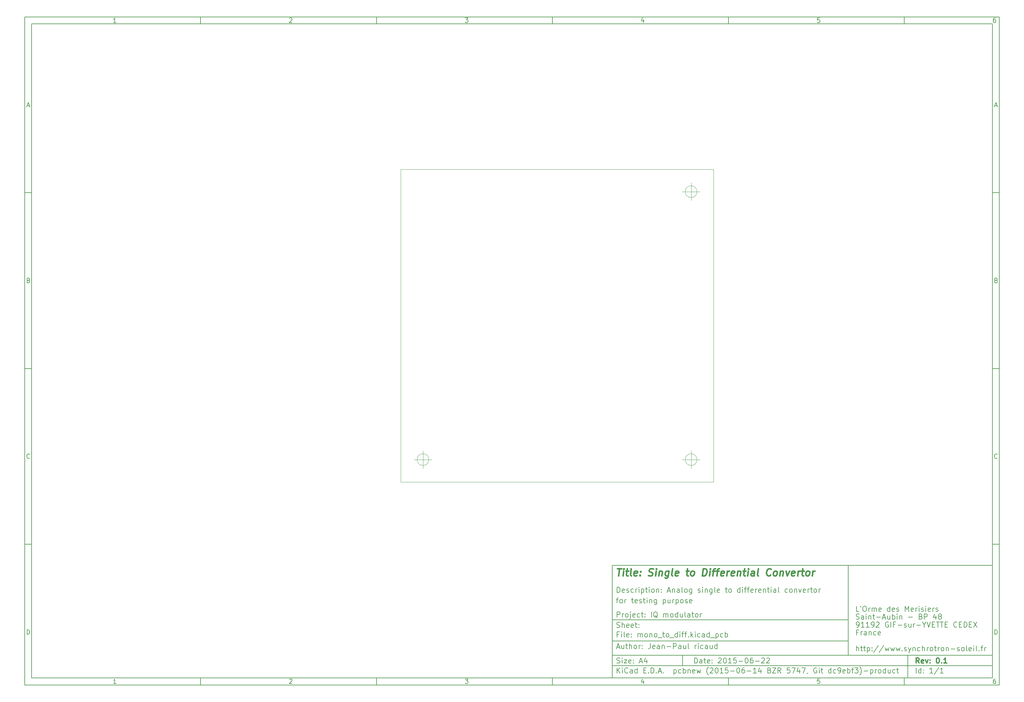
<source format=gbr>
G04 #@! TF.FileFunction,Profile,NP*
%FSLAX46Y46*%
G04 Gerber Fmt 4.6, Leading zero omitted, Abs format (unit mm)*
G04 Created by KiCad (PCBNEW (2015-06-14 BZR 5747, Git dc9ebf3)-product) date 24/06/2015 09:37:51*
%MOMM*%
G01*
G04 APERTURE LIST*
%ADD10C,0.100000*%
%ADD11C,0.150000*%
%ADD12C,0.300000*%
%ADD13C,0.400000*%
G04 APERTURE END LIST*
D10*
D11*
X53812200Y-30117200D02*
X53812200Y-62117200D01*
X161812200Y-62117200D01*
X161812200Y-30117200D01*
X53812200Y-30117200D01*
D10*
D11*
X-113190000Y125890000D02*
X-113190000Y-64117200D01*
X163812200Y-64117200D01*
X163812200Y125890000D01*
X-113190000Y125890000D01*
D10*
D11*
X-111190000Y123890000D02*
X-111190000Y-62117200D01*
X161812200Y-62117200D01*
X161812200Y123890000D01*
X-111190000Y123890000D01*
D10*
D11*
X-63190000Y123890000D02*
X-63190000Y125890000D01*
D10*
D11*
X-13190000Y123890000D02*
X-13190000Y125890000D01*
D10*
D11*
X36810000Y123890000D02*
X36810000Y125890000D01*
D10*
D11*
X86810000Y123890000D02*
X86810000Y125890000D01*
D10*
D11*
X136810000Y123890000D02*
X136810000Y125890000D01*
D10*
D11*
X-87199524Y124301905D02*
X-87942381Y124301905D01*
X-87570952Y124301905D02*
X-87570952Y125601905D01*
X-87694762Y125416190D01*
X-87818571Y125292381D01*
X-87942381Y125230476D01*
D10*
D11*
X-37942381Y125478095D02*
X-37880476Y125540000D01*
X-37756667Y125601905D01*
X-37447143Y125601905D01*
X-37323333Y125540000D01*
X-37261429Y125478095D01*
X-37199524Y125354286D01*
X-37199524Y125230476D01*
X-37261429Y125044762D01*
X-38004286Y124301905D01*
X-37199524Y124301905D01*
D10*
D11*
X11995714Y125601905D02*
X12800476Y125601905D01*
X12367143Y125106667D01*
X12552857Y125106667D01*
X12676667Y125044762D01*
X12738571Y124982857D01*
X12800476Y124859048D01*
X12800476Y124549524D01*
X12738571Y124425714D01*
X12676667Y124363810D01*
X12552857Y124301905D01*
X12181429Y124301905D01*
X12057619Y124363810D01*
X11995714Y124425714D01*
D10*
D11*
X62676667Y125168571D02*
X62676667Y124301905D01*
X62367143Y125663810D02*
X62057619Y124735238D01*
X62862381Y124735238D01*
D10*
D11*
X112738571Y125601905D02*
X112119524Y125601905D01*
X112057619Y124982857D01*
X112119524Y125044762D01*
X112243333Y125106667D01*
X112552857Y125106667D01*
X112676667Y125044762D01*
X112738571Y124982857D01*
X112800476Y124859048D01*
X112800476Y124549524D01*
X112738571Y124425714D01*
X112676667Y124363810D01*
X112552857Y124301905D01*
X112243333Y124301905D01*
X112119524Y124363810D01*
X112057619Y124425714D01*
D10*
D11*
X162676667Y125601905D02*
X162429048Y125601905D01*
X162305238Y125540000D01*
X162243333Y125478095D01*
X162119524Y125292381D01*
X162057619Y125044762D01*
X162057619Y124549524D01*
X162119524Y124425714D01*
X162181429Y124363810D01*
X162305238Y124301905D01*
X162552857Y124301905D01*
X162676667Y124363810D01*
X162738571Y124425714D01*
X162800476Y124549524D01*
X162800476Y124859048D01*
X162738571Y124982857D01*
X162676667Y125044762D01*
X162552857Y125106667D01*
X162305238Y125106667D01*
X162181429Y125044762D01*
X162119524Y124982857D01*
X162057619Y124859048D01*
D10*
D11*
X-63190000Y-62117200D02*
X-63190000Y-64117200D01*
D10*
D11*
X-13190000Y-62117200D02*
X-13190000Y-64117200D01*
D10*
D11*
X36810000Y-62117200D02*
X36810000Y-64117200D01*
D10*
D11*
X86810000Y-62117200D02*
X86810000Y-64117200D01*
D10*
D11*
X136810000Y-62117200D02*
X136810000Y-64117200D01*
D10*
D11*
X-87199524Y-63705295D02*
X-87942381Y-63705295D01*
X-87570952Y-63705295D02*
X-87570952Y-62405295D01*
X-87694762Y-62591010D01*
X-87818571Y-62714819D01*
X-87942381Y-62776724D01*
D10*
D11*
X-37942381Y-62529105D02*
X-37880476Y-62467200D01*
X-37756667Y-62405295D01*
X-37447143Y-62405295D01*
X-37323333Y-62467200D01*
X-37261429Y-62529105D01*
X-37199524Y-62652914D01*
X-37199524Y-62776724D01*
X-37261429Y-62962438D01*
X-38004286Y-63705295D01*
X-37199524Y-63705295D01*
D10*
D11*
X11995714Y-62405295D02*
X12800476Y-62405295D01*
X12367143Y-62900533D01*
X12552857Y-62900533D01*
X12676667Y-62962438D01*
X12738571Y-63024343D01*
X12800476Y-63148152D01*
X12800476Y-63457676D01*
X12738571Y-63581486D01*
X12676667Y-63643390D01*
X12552857Y-63705295D01*
X12181429Y-63705295D01*
X12057619Y-63643390D01*
X11995714Y-63581486D01*
D10*
D11*
X62676667Y-62838629D02*
X62676667Y-63705295D01*
X62367143Y-62343390D02*
X62057619Y-63271962D01*
X62862381Y-63271962D01*
D10*
D11*
X112738571Y-62405295D02*
X112119524Y-62405295D01*
X112057619Y-63024343D01*
X112119524Y-62962438D01*
X112243333Y-62900533D01*
X112552857Y-62900533D01*
X112676667Y-62962438D01*
X112738571Y-63024343D01*
X112800476Y-63148152D01*
X112800476Y-63457676D01*
X112738571Y-63581486D01*
X112676667Y-63643390D01*
X112552857Y-63705295D01*
X112243333Y-63705295D01*
X112119524Y-63643390D01*
X112057619Y-63581486D01*
D10*
D11*
X162676667Y-62405295D02*
X162429048Y-62405295D01*
X162305238Y-62467200D01*
X162243333Y-62529105D01*
X162119524Y-62714819D01*
X162057619Y-62962438D01*
X162057619Y-63457676D01*
X162119524Y-63581486D01*
X162181429Y-63643390D01*
X162305238Y-63705295D01*
X162552857Y-63705295D01*
X162676667Y-63643390D01*
X162738571Y-63581486D01*
X162800476Y-63457676D01*
X162800476Y-63148152D01*
X162738571Y-63024343D01*
X162676667Y-62962438D01*
X162552857Y-62900533D01*
X162305238Y-62900533D01*
X162181429Y-62962438D01*
X162119524Y-63024343D01*
X162057619Y-63148152D01*
D10*
D11*
X-113190000Y75890000D02*
X-111190000Y75890000D01*
D10*
D11*
X-113190000Y25890000D02*
X-111190000Y25890000D01*
D10*
D11*
X-113190000Y-24110000D02*
X-111190000Y-24110000D01*
D10*
D11*
X-112499524Y100673333D02*
X-111880476Y100673333D01*
X-112623333Y100301905D02*
X-112190000Y101601905D01*
X-111756667Y100301905D01*
D10*
D11*
X-112097143Y50982857D02*
X-111911429Y50920952D01*
X-111849524Y50859048D01*
X-111787619Y50735238D01*
X-111787619Y50549524D01*
X-111849524Y50425714D01*
X-111911429Y50363810D01*
X-112035238Y50301905D01*
X-112530476Y50301905D01*
X-112530476Y51601905D01*
X-112097143Y51601905D01*
X-111973333Y51540000D01*
X-111911429Y51478095D01*
X-111849524Y51354286D01*
X-111849524Y51230476D01*
X-111911429Y51106667D01*
X-111973333Y51044762D01*
X-112097143Y50982857D01*
X-112530476Y50982857D01*
D10*
D11*
X-111787619Y425714D02*
X-111849524Y363810D01*
X-112035238Y301905D01*
X-112159048Y301905D01*
X-112344762Y363810D01*
X-112468571Y487619D01*
X-112530476Y611429D01*
X-112592381Y859048D01*
X-112592381Y1044762D01*
X-112530476Y1292381D01*
X-112468571Y1416190D01*
X-112344762Y1540000D01*
X-112159048Y1601905D01*
X-112035238Y1601905D01*
X-111849524Y1540000D01*
X-111787619Y1478095D01*
D10*
D11*
X-112530476Y-49698095D02*
X-112530476Y-48398095D01*
X-112220952Y-48398095D01*
X-112035238Y-48460000D01*
X-111911429Y-48583810D01*
X-111849524Y-48707619D01*
X-111787619Y-48955238D01*
X-111787619Y-49140952D01*
X-111849524Y-49388571D01*
X-111911429Y-49512381D01*
X-112035238Y-49636190D01*
X-112220952Y-49698095D01*
X-112530476Y-49698095D01*
D10*
D11*
X163812200Y75890000D02*
X161812200Y75890000D01*
D10*
D11*
X163812200Y25890000D02*
X161812200Y25890000D01*
D10*
D11*
X163812200Y-24110000D02*
X161812200Y-24110000D01*
D10*
D11*
X162502676Y100673333D02*
X163121724Y100673333D01*
X162378867Y100301905D02*
X162812200Y101601905D01*
X163245533Y100301905D01*
D10*
D11*
X162905057Y50982857D02*
X163090771Y50920952D01*
X163152676Y50859048D01*
X163214581Y50735238D01*
X163214581Y50549524D01*
X163152676Y50425714D01*
X163090771Y50363810D01*
X162966962Y50301905D01*
X162471724Y50301905D01*
X162471724Y51601905D01*
X162905057Y51601905D01*
X163028867Y51540000D01*
X163090771Y51478095D01*
X163152676Y51354286D01*
X163152676Y51230476D01*
X163090771Y51106667D01*
X163028867Y51044762D01*
X162905057Y50982857D01*
X162471724Y50982857D01*
D10*
D11*
X163214581Y425714D02*
X163152676Y363810D01*
X162966962Y301905D01*
X162843152Y301905D01*
X162657438Y363810D01*
X162533629Y487619D01*
X162471724Y611429D01*
X162409819Y859048D01*
X162409819Y1044762D01*
X162471724Y1292381D01*
X162533629Y1416190D01*
X162657438Y1540000D01*
X162843152Y1601905D01*
X162966962Y1601905D01*
X163152676Y1540000D01*
X163214581Y1478095D01*
D10*
D11*
X162471724Y-49698095D02*
X162471724Y-48398095D01*
X162781248Y-48398095D01*
X162966962Y-48460000D01*
X163090771Y-48583810D01*
X163152676Y-48707619D01*
X163214581Y-48955238D01*
X163214581Y-49140952D01*
X163152676Y-49388571D01*
X163090771Y-49512381D01*
X162966962Y-49636190D01*
X162781248Y-49698095D01*
X162471724Y-49698095D01*
D10*
D11*
X77169343Y-57895771D02*
X77169343Y-56395771D01*
X77526486Y-56395771D01*
X77740771Y-56467200D01*
X77883629Y-56610057D01*
X77955057Y-56752914D01*
X78026486Y-57038629D01*
X78026486Y-57252914D01*
X77955057Y-57538629D01*
X77883629Y-57681486D01*
X77740771Y-57824343D01*
X77526486Y-57895771D01*
X77169343Y-57895771D01*
X79312200Y-57895771D02*
X79312200Y-57110057D01*
X79240771Y-56967200D01*
X79097914Y-56895771D01*
X78812200Y-56895771D01*
X78669343Y-56967200D01*
X79312200Y-57824343D02*
X79169343Y-57895771D01*
X78812200Y-57895771D01*
X78669343Y-57824343D01*
X78597914Y-57681486D01*
X78597914Y-57538629D01*
X78669343Y-57395771D01*
X78812200Y-57324343D01*
X79169343Y-57324343D01*
X79312200Y-57252914D01*
X79812200Y-56895771D02*
X80383629Y-56895771D01*
X80026486Y-56395771D02*
X80026486Y-57681486D01*
X80097914Y-57824343D01*
X80240772Y-57895771D01*
X80383629Y-57895771D01*
X81455057Y-57824343D02*
X81312200Y-57895771D01*
X81026486Y-57895771D01*
X80883629Y-57824343D01*
X80812200Y-57681486D01*
X80812200Y-57110057D01*
X80883629Y-56967200D01*
X81026486Y-56895771D01*
X81312200Y-56895771D01*
X81455057Y-56967200D01*
X81526486Y-57110057D01*
X81526486Y-57252914D01*
X80812200Y-57395771D01*
X82169343Y-57752914D02*
X82240771Y-57824343D01*
X82169343Y-57895771D01*
X82097914Y-57824343D01*
X82169343Y-57752914D01*
X82169343Y-57895771D01*
X82169343Y-56967200D02*
X82240771Y-57038629D01*
X82169343Y-57110057D01*
X82097914Y-57038629D01*
X82169343Y-56967200D01*
X82169343Y-57110057D01*
X83955057Y-56538629D02*
X84026486Y-56467200D01*
X84169343Y-56395771D01*
X84526486Y-56395771D01*
X84669343Y-56467200D01*
X84740772Y-56538629D01*
X84812200Y-56681486D01*
X84812200Y-56824343D01*
X84740772Y-57038629D01*
X83883629Y-57895771D01*
X84812200Y-57895771D01*
X85740771Y-56395771D02*
X85883628Y-56395771D01*
X86026485Y-56467200D01*
X86097914Y-56538629D01*
X86169343Y-56681486D01*
X86240771Y-56967200D01*
X86240771Y-57324343D01*
X86169343Y-57610057D01*
X86097914Y-57752914D01*
X86026485Y-57824343D01*
X85883628Y-57895771D01*
X85740771Y-57895771D01*
X85597914Y-57824343D01*
X85526485Y-57752914D01*
X85455057Y-57610057D01*
X85383628Y-57324343D01*
X85383628Y-56967200D01*
X85455057Y-56681486D01*
X85526485Y-56538629D01*
X85597914Y-56467200D01*
X85740771Y-56395771D01*
X87669342Y-57895771D02*
X86812199Y-57895771D01*
X87240771Y-57895771D02*
X87240771Y-56395771D01*
X87097914Y-56610057D01*
X86955056Y-56752914D01*
X86812199Y-56824343D01*
X89026485Y-56395771D02*
X88312199Y-56395771D01*
X88240770Y-57110057D01*
X88312199Y-57038629D01*
X88455056Y-56967200D01*
X88812199Y-56967200D01*
X88955056Y-57038629D01*
X89026485Y-57110057D01*
X89097913Y-57252914D01*
X89097913Y-57610057D01*
X89026485Y-57752914D01*
X88955056Y-57824343D01*
X88812199Y-57895771D01*
X88455056Y-57895771D01*
X88312199Y-57824343D01*
X88240770Y-57752914D01*
X89740770Y-57324343D02*
X90883627Y-57324343D01*
X91883627Y-56395771D02*
X92026484Y-56395771D01*
X92169341Y-56467200D01*
X92240770Y-56538629D01*
X92312199Y-56681486D01*
X92383627Y-56967200D01*
X92383627Y-57324343D01*
X92312199Y-57610057D01*
X92240770Y-57752914D01*
X92169341Y-57824343D01*
X92026484Y-57895771D01*
X91883627Y-57895771D01*
X91740770Y-57824343D01*
X91669341Y-57752914D01*
X91597913Y-57610057D01*
X91526484Y-57324343D01*
X91526484Y-56967200D01*
X91597913Y-56681486D01*
X91669341Y-56538629D01*
X91740770Y-56467200D01*
X91883627Y-56395771D01*
X93669341Y-56395771D02*
X93383627Y-56395771D01*
X93240770Y-56467200D01*
X93169341Y-56538629D01*
X93026484Y-56752914D01*
X92955055Y-57038629D01*
X92955055Y-57610057D01*
X93026484Y-57752914D01*
X93097912Y-57824343D01*
X93240770Y-57895771D01*
X93526484Y-57895771D01*
X93669341Y-57824343D01*
X93740770Y-57752914D01*
X93812198Y-57610057D01*
X93812198Y-57252914D01*
X93740770Y-57110057D01*
X93669341Y-57038629D01*
X93526484Y-56967200D01*
X93240770Y-56967200D01*
X93097912Y-57038629D01*
X93026484Y-57110057D01*
X92955055Y-57252914D01*
X94455055Y-57324343D02*
X95597912Y-57324343D01*
X96240769Y-56538629D02*
X96312198Y-56467200D01*
X96455055Y-56395771D01*
X96812198Y-56395771D01*
X96955055Y-56467200D01*
X97026484Y-56538629D01*
X97097912Y-56681486D01*
X97097912Y-56824343D01*
X97026484Y-57038629D01*
X96169341Y-57895771D01*
X97097912Y-57895771D01*
X97669340Y-56538629D02*
X97740769Y-56467200D01*
X97883626Y-56395771D01*
X98240769Y-56395771D01*
X98383626Y-56467200D01*
X98455055Y-56538629D01*
X98526483Y-56681486D01*
X98526483Y-56824343D01*
X98455055Y-57038629D01*
X97597912Y-57895771D01*
X98526483Y-57895771D01*
D10*
D11*
X53812200Y-58617200D02*
X161812200Y-58617200D01*
D10*
D11*
X55169343Y-60695771D02*
X55169343Y-59195771D01*
X56026486Y-60695771D02*
X55383629Y-59838629D01*
X56026486Y-59195771D02*
X55169343Y-60052914D01*
X56669343Y-60695771D02*
X56669343Y-59695771D01*
X56669343Y-59195771D02*
X56597914Y-59267200D01*
X56669343Y-59338629D01*
X56740771Y-59267200D01*
X56669343Y-59195771D01*
X56669343Y-59338629D01*
X58240772Y-60552914D02*
X58169343Y-60624343D01*
X57955057Y-60695771D01*
X57812200Y-60695771D01*
X57597915Y-60624343D01*
X57455057Y-60481486D01*
X57383629Y-60338629D01*
X57312200Y-60052914D01*
X57312200Y-59838629D01*
X57383629Y-59552914D01*
X57455057Y-59410057D01*
X57597915Y-59267200D01*
X57812200Y-59195771D01*
X57955057Y-59195771D01*
X58169343Y-59267200D01*
X58240772Y-59338629D01*
X59526486Y-60695771D02*
X59526486Y-59910057D01*
X59455057Y-59767200D01*
X59312200Y-59695771D01*
X59026486Y-59695771D01*
X58883629Y-59767200D01*
X59526486Y-60624343D02*
X59383629Y-60695771D01*
X59026486Y-60695771D01*
X58883629Y-60624343D01*
X58812200Y-60481486D01*
X58812200Y-60338629D01*
X58883629Y-60195771D01*
X59026486Y-60124343D01*
X59383629Y-60124343D01*
X59526486Y-60052914D01*
X60883629Y-60695771D02*
X60883629Y-59195771D01*
X60883629Y-60624343D02*
X60740772Y-60695771D01*
X60455058Y-60695771D01*
X60312200Y-60624343D01*
X60240772Y-60552914D01*
X60169343Y-60410057D01*
X60169343Y-59981486D01*
X60240772Y-59838629D01*
X60312200Y-59767200D01*
X60455058Y-59695771D01*
X60740772Y-59695771D01*
X60883629Y-59767200D01*
X62740772Y-59910057D02*
X63240772Y-59910057D01*
X63455058Y-60695771D02*
X62740772Y-60695771D01*
X62740772Y-59195771D01*
X63455058Y-59195771D01*
X64097915Y-60552914D02*
X64169343Y-60624343D01*
X64097915Y-60695771D01*
X64026486Y-60624343D01*
X64097915Y-60552914D01*
X64097915Y-60695771D01*
X64812201Y-60695771D02*
X64812201Y-59195771D01*
X65169344Y-59195771D01*
X65383629Y-59267200D01*
X65526487Y-59410057D01*
X65597915Y-59552914D01*
X65669344Y-59838629D01*
X65669344Y-60052914D01*
X65597915Y-60338629D01*
X65526487Y-60481486D01*
X65383629Y-60624343D01*
X65169344Y-60695771D01*
X64812201Y-60695771D01*
X66312201Y-60552914D02*
X66383629Y-60624343D01*
X66312201Y-60695771D01*
X66240772Y-60624343D01*
X66312201Y-60552914D01*
X66312201Y-60695771D01*
X66955058Y-60267200D02*
X67669344Y-60267200D01*
X66812201Y-60695771D02*
X67312201Y-59195771D01*
X67812201Y-60695771D01*
X68312201Y-60552914D02*
X68383629Y-60624343D01*
X68312201Y-60695771D01*
X68240772Y-60624343D01*
X68312201Y-60552914D01*
X68312201Y-60695771D01*
X71312201Y-59695771D02*
X71312201Y-61195771D01*
X71312201Y-59767200D02*
X71455058Y-59695771D01*
X71740772Y-59695771D01*
X71883629Y-59767200D01*
X71955058Y-59838629D01*
X72026487Y-59981486D01*
X72026487Y-60410057D01*
X71955058Y-60552914D01*
X71883629Y-60624343D01*
X71740772Y-60695771D01*
X71455058Y-60695771D01*
X71312201Y-60624343D01*
X73312201Y-60624343D02*
X73169344Y-60695771D01*
X72883630Y-60695771D01*
X72740772Y-60624343D01*
X72669344Y-60552914D01*
X72597915Y-60410057D01*
X72597915Y-59981486D01*
X72669344Y-59838629D01*
X72740772Y-59767200D01*
X72883630Y-59695771D01*
X73169344Y-59695771D01*
X73312201Y-59767200D01*
X73955058Y-60695771D02*
X73955058Y-59195771D01*
X73955058Y-59767200D02*
X74097915Y-59695771D01*
X74383629Y-59695771D01*
X74526486Y-59767200D01*
X74597915Y-59838629D01*
X74669344Y-59981486D01*
X74669344Y-60410057D01*
X74597915Y-60552914D01*
X74526486Y-60624343D01*
X74383629Y-60695771D01*
X74097915Y-60695771D01*
X73955058Y-60624343D01*
X75312201Y-59695771D02*
X75312201Y-60695771D01*
X75312201Y-59838629D02*
X75383629Y-59767200D01*
X75526487Y-59695771D01*
X75740772Y-59695771D01*
X75883629Y-59767200D01*
X75955058Y-59910057D01*
X75955058Y-60695771D01*
X77240772Y-60624343D02*
X77097915Y-60695771D01*
X76812201Y-60695771D01*
X76669344Y-60624343D01*
X76597915Y-60481486D01*
X76597915Y-59910057D01*
X76669344Y-59767200D01*
X76812201Y-59695771D01*
X77097915Y-59695771D01*
X77240772Y-59767200D01*
X77312201Y-59910057D01*
X77312201Y-60052914D01*
X76597915Y-60195771D01*
X77812201Y-59695771D02*
X78097915Y-60695771D01*
X78383629Y-59981486D01*
X78669344Y-60695771D01*
X78955058Y-59695771D01*
X81097915Y-61267200D02*
X81026487Y-61195771D01*
X80883630Y-60981486D01*
X80812201Y-60838629D01*
X80740772Y-60624343D01*
X80669344Y-60267200D01*
X80669344Y-59981486D01*
X80740772Y-59624343D01*
X80812201Y-59410057D01*
X80883630Y-59267200D01*
X81026487Y-59052914D01*
X81097915Y-58981486D01*
X81597915Y-59338629D02*
X81669344Y-59267200D01*
X81812201Y-59195771D01*
X82169344Y-59195771D01*
X82312201Y-59267200D01*
X82383630Y-59338629D01*
X82455058Y-59481486D01*
X82455058Y-59624343D01*
X82383630Y-59838629D01*
X81526487Y-60695771D01*
X82455058Y-60695771D01*
X83383629Y-59195771D02*
X83526486Y-59195771D01*
X83669343Y-59267200D01*
X83740772Y-59338629D01*
X83812201Y-59481486D01*
X83883629Y-59767200D01*
X83883629Y-60124343D01*
X83812201Y-60410057D01*
X83740772Y-60552914D01*
X83669343Y-60624343D01*
X83526486Y-60695771D01*
X83383629Y-60695771D01*
X83240772Y-60624343D01*
X83169343Y-60552914D01*
X83097915Y-60410057D01*
X83026486Y-60124343D01*
X83026486Y-59767200D01*
X83097915Y-59481486D01*
X83169343Y-59338629D01*
X83240772Y-59267200D01*
X83383629Y-59195771D01*
X85312200Y-60695771D02*
X84455057Y-60695771D01*
X84883629Y-60695771D02*
X84883629Y-59195771D01*
X84740772Y-59410057D01*
X84597914Y-59552914D01*
X84455057Y-59624343D01*
X86669343Y-59195771D02*
X85955057Y-59195771D01*
X85883628Y-59910057D01*
X85955057Y-59838629D01*
X86097914Y-59767200D01*
X86455057Y-59767200D01*
X86597914Y-59838629D01*
X86669343Y-59910057D01*
X86740771Y-60052914D01*
X86740771Y-60410057D01*
X86669343Y-60552914D01*
X86597914Y-60624343D01*
X86455057Y-60695771D01*
X86097914Y-60695771D01*
X85955057Y-60624343D01*
X85883628Y-60552914D01*
X87383628Y-60124343D02*
X88526485Y-60124343D01*
X89526485Y-59195771D02*
X89669342Y-59195771D01*
X89812199Y-59267200D01*
X89883628Y-59338629D01*
X89955057Y-59481486D01*
X90026485Y-59767200D01*
X90026485Y-60124343D01*
X89955057Y-60410057D01*
X89883628Y-60552914D01*
X89812199Y-60624343D01*
X89669342Y-60695771D01*
X89526485Y-60695771D01*
X89383628Y-60624343D01*
X89312199Y-60552914D01*
X89240771Y-60410057D01*
X89169342Y-60124343D01*
X89169342Y-59767200D01*
X89240771Y-59481486D01*
X89312199Y-59338629D01*
X89383628Y-59267200D01*
X89526485Y-59195771D01*
X91312199Y-59195771D02*
X91026485Y-59195771D01*
X90883628Y-59267200D01*
X90812199Y-59338629D01*
X90669342Y-59552914D01*
X90597913Y-59838629D01*
X90597913Y-60410057D01*
X90669342Y-60552914D01*
X90740770Y-60624343D01*
X90883628Y-60695771D01*
X91169342Y-60695771D01*
X91312199Y-60624343D01*
X91383628Y-60552914D01*
X91455056Y-60410057D01*
X91455056Y-60052914D01*
X91383628Y-59910057D01*
X91312199Y-59838629D01*
X91169342Y-59767200D01*
X90883628Y-59767200D01*
X90740770Y-59838629D01*
X90669342Y-59910057D01*
X90597913Y-60052914D01*
X92097913Y-60124343D02*
X93240770Y-60124343D01*
X94740770Y-60695771D02*
X93883627Y-60695771D01*
X94312199Y-60695771D02*
X94312199Y-59195771D01*
X94169342Y-59410057D01*
X94026484Y-59552914D01*
X93883627Y-59624343D01*
X96026484Y-59695771D02*
X96026484Y-60695771D01*
X95669341Y-59124343D02*
X95312198Y-60195771D01*
X96240770Y-60195771D01*
X98455055Y-59910057D02*
X98669341Y-59981486D01*
X98740769Y-60052914D01*
X98812198Y-60195771D01*
X98812198Y-60410057D01*
X98740769Y-60552914D01*
X98669341Y-60624343D01*
X98526483Y-60695771D01*
X97955055Y-60695771D01*
X97955055Y-59195771D01*
X98455055Y-59195771D01*
X98597912Y-59267200D01*
X98669341Y-59338629D01*
X98740769Y-59481486D01*
X98740769Y-59624343D01*
X98669341Y-59767200D01*
X98597912Y-59838629D01*
X98455055Y-59910057D01*
X97955055Y-59910057D01*
X99312198Y-59195771D02*
X100312198Y-59195771D01*
X99312198Y-60695771D01*
X100312198Y-60695771D01*
X101740769Y-60695771D02*
X101240769Y-59981486D01*
X100883626Y-60695771D02*
X100883626Y-59195771D01*
X101455054Y-59195771D01*
X101597912Y-59267200D01*
X101669340Y-59338629D01*
X101740769Y-59481486D01*
X101740769Y-59695771D01*
X101669340Y-59838629D01*
X101597912Y-59910057D01*
X101455054Y-59981486D01*
X100883626Y-59981486D01*
X104240769Y-59195771D02*
X103526483Y-59195771D01*
X103455054Y-59910057D01*
X103526483Y-59838629D01*
X103669340Y-59767200D01*
X104026483Y-59767200D01*
X104169340Y-59838629D01*
X104240769Y-59910057D01*
X104312197Y-60052914D01*
X104312197Y-60410057D01*
X104240769Y-60552914D01*
X104169340Y-60624343D01*
X104026483Y-60695771D01*
X103669340Y-60695771D01*
X103526483Y-60624343D01*
X103455054Y-60552914D01*
X104812197Y-59195771D02*
X105812197Y-59195771D01*
X105169340Y-60695771D01*
X107026482Y-59695771D02*
X107026482Y-60695771D01*
X106669339Y-59124343D02*
X106312196Y-60195771D01*
X107240768Y-60195771D01*
X107669339Y-59195771D02*
X108669339Y-59195771D01*
X108026482Y-60695771D01*
X109312195Y-60624343D02*
X109312195Y-60695771D01*
X109240767Y-60838629D01*
X109169338Y-60910057D01*
X111883624Y-59267200D02*
X111740767Y-59195771D01*
X111526481Y-59195771D01*
X111312196Y-59267200D01*
X111169338Y-59410057D01*
X111097910Y-59552914D01*
X111026481Y-59838629D01*
X111026481Y-60052914D01*
X111097910Y-60338629D01*
X111169338Y-60481486D01*
X111312196Y-60624343D01*
X111526481Y-60695771D01*
X111669338Y-60695771D01*
X111883624Y-60624343D01*
X111955053Y-60552914D01*
X111955053Y-60052914D01*
X111669338Y-60052914D01*
X112597910Y-60695771D02*
X112597910Y-59695771D01*
X112597910Y-59195771D02*
X112526481Y-59267200D01*
X112597910Y-59338629D01*
X112669338Y-59267200D01*
X112597910Y-59195771D01*
X112597910Y-59338629D01*
X113097910Y-59695771D02*
X113669339Y-59695771D01*
X113312196Y-59195771D02*
X113312196Y-60481486D01*
X113383624Y-60624343D01*
X113526482Y-60695771D01*
X113669339Y-60695771D01*
X115955053Y-60695771D02*
X115955053Y-59195771D01*
X115955053Y-60624343D02*
X115812196Y-60695771D01*
X115526482Y-60695771D01*
X115383624Y-60624343D01*
X115312196Y-60552914D01*
X115240767Y-60410057D01*
X115240767Y-59981486D01*
X115312196Y-59838629D01*
X115383624Y-59767200D01*
X115526482Y-59695771D01*
X115812196Y-59695771D01*
X115955053Y-59767200D01*
X117312196Y-60624343D02*
X117169339Y-60695771D01*
X116883625Y-60695771D01*
X116740767Y-60624343D01*
X116669339Y-60552914D01*
X116597910Y-60410057D01*
X116597910Y-59981486D01*
X116669339Y-59838629D01*
X116740767Y-59767200D01*
X116883625Y-59695771D01*
X117169339Y-59695771D01*
X117312196Y-59767200D01*
X118026481Y-60695771D02*
X118312196Y-60695771D01*
X118455053Y-60624343D01*
X118526481Y-60552914D01*
X118669339Y-60338629D01*
X118740767Y-60052914D01*
X118740767Y-59481486D01*
X118669339Y-59338629D01*
X118597910Y-59267200D01*
X118455053Y-59195771D01*
X118169339Y-59195771D01*
X118026481Y-59267200D01*
X117955053Y-59338629D01*
X117883624Y-59481486D01*
X117883624Y-59838629D01*
X117955053Y-59981486D01*
X118026481Y-60052914D01*
X118169339Y-60124343D01*
X118455053Y-60124343D01*
X118597910Y-60052914D01*
X118669339Y-59981486D01*
X118740767Y-59838629D01*
X119955052Y-60624343D02*
X119812195Y-60695771D01*
X119526481Y-60695771D01*
X119383624Y-60624343D01*
X119312195Y-60481486D01*
X119312195Y-59910057D01*
X119383624Y-59767200D01*
X119526481Y-59695771D01*
X119812195Y-59695771D01*
X119955052Y-59767200D01*
X120026481Y-59910057D01*
X120026481Y-60052914D01*
X119312195Y-60195771D01*
X120669338Y-60695771D02*
X120669338Y-59195771D01*
X120669338Y-59767200D02*
X120812195Y-59695771D01*
X121097909Y-59695771D01*
X121240766Y-59767200D01*
X121312195Y-59838629D01*
X121383624Y-59981486D01*
X121383624Y-60410057D01*
X121312195Y-60552914D01*
X121240766Y-60624343D01*
X121097909Y-60695771D01*
X120812195Y-60695771D01*
X120669338Y-60624343D01*
X121812195Y-59695771D02*
X122383624Y-59695771D01*
X122026481Y-60695771D02*
X122026481Y-59410057D01*
X122097909Y-59267200D01*
X122240767Y-59195771D01*
X122383624Y-59195771D01*
X122740767Y-59195771D02*
X123669338Y-59195771D01*
X123169338Y-59767200D01*
X123383624Y-59767200D01*
X123526481Y-59838629D01*
X123597910Y-59910057D01*
X123669338Y-60052914D01*
X123669338Y-60410057D01*
X123597910Y-60552914D01*
X123526481Y-60624343D01*
X123383624Y-60695771D01*
X122955052Y-60695771D01*
X122812195Y-60624343D01*
X122740767Y-60552914D01*
X124169338Y-61267200D02*
X124240766Y-61195771D01*
X124383623Y-60981486D01*
X124455052Y-60838629D01*
X124526481Y-60624343D01*
X124597909Y-60267200D01*
X124597909Y-59981486D01*
X124526481Y-59624343D01*
X124455052Y-59410057D01*
X124383623Y-59267200D01*
X124240766Y-59052914D01*
X124169338Y-58981486D01*
X125312195Y-60124343D02*
X126455052Y-60124343D01*
X127169338Y-59695771D02*
X127169338Y-61195771D01*
X127169338Y-59767200D02*
X127312195Y-59695771D01*
X127597909Y-59695771D01*
X127740766Y-59767200D01*
X127812195Y-59838629D01*
X127883624Y-59981486D01*
X127883624Y-60410057D01*
X127812195Y-60552914D01*
X127740766Y-60624343D01*
X127597909Y-60695771D01*
X127312195Y-60695771D01*
X127169338Y-60624343D01*
X128526481Y-60695771D02*
X128526481Y-59695771D01*
X128526481Y-59981486D02*
X128597909Y-59838629D01*
X128669338Y-59767200D01*
X128812195Y-59695771D01*
X128955052Y-59695771D01*
X129669338Y-60695771D02*
X129526480Y-60624343D01*
X129455052Y-60552914D01*
X129383623Y-60410057D01*
X129383623Y-59981486D01*
X129455052Y-59838629D01*
X129526480Y-59767200D01*
X129669338Y-59695771D01*
X129883623Y-59695771D01*
X130026480Y-59767200D01*
X130097909Y-59838629D01*
X130169338Y-59981486D01*
X130169338Y-60410057D01*
X130097909Y-60552914D01*
X130026480Y-60624343D01*
X129883623Y-60695771D01*
X129669338Y-60695771D01*
X131455052Y-60695771D02*
X131455052Y-59195771D01*
X131455052Y-60624343D02*
X131312195Y-60695771D01*
X131026481Y-60695771D01*
X130883623Y-60624343D01*
X130812195Y-60552914D01*
X130740766Y-60410057D01*
X130740766Y-59981486D01*
X130812195Y-59838629D01*
X130883623Y-59767200D01*
X131026481Y-59695771D01*
X131312195Y-59695771D01*
X131455052Y-59767200D01*
X132812195Y-59695771D02*
X132812195Y-60695771D01*
X132169338Y-59695771D02*
X132169338Y-60481486D01*
X132240766Y-60624343D01*
X132383624Y-60695771D01*
X132597909Y-60695771D01*
X132740766Y-60624343D01*
X132812195Y-60552914D01*
X134169338Y-60624343D02*
X134026481Y-60695771D01*
X133740767Y-60695771D01*
X133597909Y-60624343D01*
X133526481Y-60552914D01*
X133455052Y-60410057D01*
X133455052Y-59981486D01*
X133526481Y-59838629D01*
X133597909Y-59767200D01*
X133740767Y-59695771D01*
X134026481Y-59695771D01*
X134169338Y-59767200D01*
X134597909Y-59695771D02*
X135169338Y-59695771D01*
X134812195Y-59195771D02*
X134812195Y-60481486D01*
X134883623Y-60624343D01*
X135026481Y-60695771D01*
X135169338Y-60695771D01*
D10*
D11*
X53812200Y-55617200D02*
X161812200Y-55617200D01*
D10*
D12*
X141026486Y-57895771D02*
X140526486Y-57181486D01*
X140169343Y-57895771D02*
X140169343Y-56395771D01*
X140740771Y-56395771D01*
X140883629Y-56467200D01*
X140955057Y-56538629D01*
X141026486Y-56681486D01*
X141026486Y-56895771D01*
X140955057Y-57038629D01*
X140883629Y-57110057D01*
X140740771Y-57181486D01*
X140169343Y-57181486D01*
X142240771Y-57824343D02*
X142097914Y-57895771D01*
X141812200Y-57895771D01*
X141669343Y-57824343D01*
X141597914Y-57681486D01*
X141597914Y-57110057D01*
X141669343Y-56967200D01*
X141812200Y-56895771D01*
X142097914Y-56895771D01*
X142240771Y-56967200D01*
X142312200Y-57110057D01*
X142312200Y-57252914D01*
X141597914Y-57395771D01*
X142812200Y-56895771D02*
X143169343Y-57895771D01*
X143526485Y-56895771D01*
X144097914Y-57752914D02*
X144169342Y-57824343D01*
X144097914Y-57895771D01*
X144026485Y-57824343D01*
X144097914Y-57752914D01*
X144097914Y-57895771D01*
X144097914Y-56967200D02*
X144169342Y-57038629D01*
X144097914Y-57110057D01*
X144026485Y-57038629D01*
X144097914Y-56967200D01*
X144097914Y-57110057D01*
X146240771Y-56395771D02*
X146383628Y-56395771D01*
X146526485Y-56467200D01*
X146597914Y-56538629D01*
X146669343Y-56681486D01*
X146740771Y-56967200D01*
X146740771Y-57324343D01*
X146669343Y-57610057D01*
X146597914Y-57752914D01*
X146526485Y-57824343D01*
X146383628Y-57895771D01*
X146240771Y-57895771D01*
X146097914Y-57824343D01*
X146026485Y-57752914D01*
X145955057Y-57610057D01*
X145883628Y-57324343D01*
X145883628Y-56967200D01*
X145955057Y-56681486D01*
X146026485Y-56538629D01*
X146097914Y-56467200D01*
X146240771Y-56395771D01*
X147383628Y-57752914D02*
X147455056Y-57824343D01*
X147383628Y-57895771D01*
X147312199Y-57824343D01*
X147383628Y-57752914D01*
X147383628Y-57895771D01*
X148883628Y-57895771D02*
X148026485Y-57895771D01*
X148455057Y-57895771D02*
X148455057Y-56395771D01*
X148312200Y-56610057D01*
X148169342Y-56752914D01*
X148026485Y-56824343D01*
D10*
D11*
X55097914Y-57824343D02*
X55312200Y-57895771D01*
X55669343Y-57895771D01*
X55812200Y-57824343D01*
X55883629Y-57752914D01*
X55955057Y-57610057D01*
X55955057Y-57467200D01*
X55883629Y-57324343D01*
X55812200Y-57252914D01*
X55669343Y-57181486D01*
X55383629Y-57110057D01*
X55240771Y-57038629D01*
X55169343Y-56967200D01*
X55097914Y-56824343D01*
X55097914Y-56681486D01*
X55169343Y-56538629D01*
X55240771Y-56467200D01*
X55383629Y-56395771D01*
X55740771Y-56395771D01*
X55955057Y-56467200D01*
X56597914Y-57895771D02*
X56597914Y-56895771D01*
X56597914Y-56395771D02*
X56526485Y-56467200D01*
X56597914Y-56538629D01*
X56669342Y-56467200D01*
X56597914Y-56395771D01*
X56597914Y-56538629D01*
X57169343Y-56895771D02*
X57955057Y-56895771D01*
X57169343Y-57895771D01*
X57955057Y-57895771D01*
X59097914Y-57824343D02*
X58955057Y-57895771D01*
X58669343Y-57895771D01*
X58526486Y-57824343D01*
X58455057Y-57681486D01*
X58455057Y-57110057D01*
X58526486Y-56967200D01*
X58669343Y-56895771D01*
X58955057Y-56895771D01*
X59097914Y-56967200D01*
X59169343Y-57110057D01*
X59169343Y-57252914D01*
X58455057Y-57395771D01*
X59812200Y-57752914D02*
X59883628Y-57824343D01*
X59812200Y-57895771D01*
X59740771Y-57824343D01*
X59812200Y-57752914D01*
X59812200Y-57895771D01*
X59812200Y-56967200D02*
X59883628Y-57038629D01*
X59812200Y-57110057D01*
X59740771Y-57038629D01*
X59812200Y-56967200D01*
X59812200Y-57110057D01*
X61597914Y-57467200D02*
X62312200Y-57467200D01*
X61455057Y-57895771D02*
X61955057Y-56395771D01*
X62455057Y-57895771D01*
X63597914Y-56895771D02*
X63597914Y-57895771D01*
X63240771Y-56324343D02*
X62883628Y-57395771D01*
X63812200Y-57395771D01*
D10*
D11*
X140169343Y-60695771D02*
X140169343Y-59195771D01*
X141526486Y-60695771D02*
X141526486Y-59195771D01*
X141526486Y-60624343D02*
X141383629Y-60695771D01*
X141097915Y-60695771D01*
X140955057Y-60624343D01*
X140883629Y-60552914D01*
X140812200Y-60410057D01*
X140812200Y-59981486D01*
X140883629Y-59838629D01*
X140955057Y-59767200D01*
X141097915Y-59695771D01*
X141383629Y-59695771D01*
X141526486Y-59767200D01*
X142240772Y-60552914D02*
X142312200Y-60624343D01*
X142240772Y-60695771D01*
X142169343Y-60624343D01*
X142240772Y-60552914D01*
X142240772Y-60695771D01*
X142240772Y-59767200D02*
X142312200Y-59838629D01*
X142240772Y-59910057D01*
X142169343Y-59838629D01*
X142240772Y-59767200D01*
X142240772Y-59910057D01*
X144883629Y-60695771D02*
X144026486Y-60695771D01*
X144455058Y-60695771D02*
X144455058Y-59195771D01*
X144312201Y-59410057D01*
X144169343Y-59552914D01*
X144026486Y-59624343D01*
X146597914Y-59124343D02*
X145312200Y-61052914D01*
X147883629Y-60695771D02*
X147026486Y-60695771D01*
X147455058Y-60695771D02*
X147455058Y-59195771D01*
X147312201Y-59410057D01*
X147169343Y-59552914D01*
X147026486Y-59624343D01*
D10*
D11*
X163812200Y-64117200D02*
X163812200Y-64117200D01*
D10*
D11*
X53812200Y-51617200D02*
X120812200Y-51617200D01*
D10*
D13*
X55264581Y-31021962D02*
X56407438Y-31021962D01*
X55586010Y-33021962D02*
X55836010Y-31021962D01*
X56824105Y-33021962D02*
X56990771Y-31688629D01*
X57074105Y-31021962D02*
X56966962Y-31117200D01*
X57050295Y-31212438D01*
X57157439Y-31117200D01*
X57074105Y-31021962D01*
X57050295Y-31212438D01*
X57657438Y-31688629D02*
X58419343Y-31688629D01*
X58026486Y-31021962D02*
X57812200Y-32736248D01*
X57883630Y-32926724D01*
X58062201Y-33021962D01*
X58252677Y-33021962D01*
X59205058Y-33021962D02*
X59026487Y-32926724D01*
X58955057Y-32736248D01*
X59169343Y-31021962D01*
X60740772Y-32926724D02*
X60538391Y-33021962D01*
X60157439Y-33021962D01*
X59978867Y-32926724D01*
X59907438Y-32736248D01*
X60002676Y-31974343D01*
X60121724Y-31783867D01*
X60324105Y-31688629D01*
X60705057Y-31688629D01*
X60883629Y-31783867D01*
X60955057Y-31974343D01*
X60931248Y-32164819D01*
X59955057Y-32355295D01*
X61705057Y-32831486D02*
X61788392Y-32926724D01*
X61681248Y-33021962D01*
X61597915Y-32926724D01*
X61705057Y-32831486D01*
X61681248Y-33021962D01*
X61836010Y-31783867D02*
X61919344Y-31879105D01*
X61812200Y-31974343D01*
X61728867Y-31879105D01*
X61836010Y-31783867D01*
X61812200Y-31974343D01*
X64074106Y-32926724D02*
X64347916Y-33021962D01*
X64824106Y-33021962D01*
X65026487Y-32926724D01*
X65133629Y-32831486D01*
X65252678Y-32641010D01*
X65276487Y-32450533D01*
X65205058Y-32260057D01*
X65121725Y-32164819D01*
X64943153Y-32069581D01*
X64574106Y-31974343D01*
X64395535Y-31879105D01*
X64312201Y-31783867D01*
X64240772Y-31593390D01*
X64264582Y-31402914D01*
X64383629Y-31212438D01*
X64490773Y-31117200D01*
X64693154Y-31021962D01*
X65169344Y-31021962D01*
X65443154Y-31117200D01*
X66062201Y-33021962D02*
X66228867Y-31688629D01*
X66312201Y-31021962D02*
X66205058Y-31117200D01*
X66288391Y-31212438D01*
X66395535Y-31117200D01*
X66312201Y-31021962D01*
X66288391Y-31212438D01*
X67181248Y-31688629D02*
X67014582Y-33021962D01*
X67157439Y-31879105D02*
X67264583Y-31783867D01*
X67466963Y-31688629D01*
X67752677Y-31688629D01*
X67931249Y-31783867D01*
X68002677Y-31974343D01*
X67871725Y-33021962D01*
X69847915Y-31688629D02*
X69645534Y-33307676D01*
X69526487Y-33498152D01*
X69419344Y-33593390D01*
X69216963Y-33688629D01*
X68931249Y-33688629D01*
X68752677Y-33593390D01*
X69693154Y-32926724D02*
X69490773Y-33021962D01*
X69109821Y-33021962D01*
X68931250Y-32926724D01*
X68847915Y-32831486D01*
X68776487Y-32641010D01*
X68847915Y-32069581D01*
X68966963Y-31879105D01*
X69074107Y-31783867D01*
X69276487Y-31688629D01*
X69657439Y-31688629D01*
X69836011Y-31783867D01*
X70919345Y-33021962D02*
X70740774Y-32926724D01*
X70669344Y-32736248D01*
X70883630Y-31021962D01*
X72455059Y-32926724D02*
X72252678Y-33021962D01*
X71871726Y-33021962D01*
X71693154Y-32926724D01*
X71621725Y-32736248D01*
X71716963Y-31974343D01*
X71836011Y-31783867D01*
X72038392Y-31688629D01*
X72419344Y-31688629D01*
X72597916Y-31783867D01*
X72669344Y-31974343D01*
X72645535Y-32164819D01*
X71669344Y-32355295D01*
X74800297Y-31688629D02*
X75562202Y-31688629D01*
X75169345Y-31021962D02*
X74955059Y-32736248D01*
X75026489Y-32926724D01*
X75205060Y-33021962D01*
X75395536Y-33021962D01*
X76347917Y-33021962D02*
X76169346Y-32926724D01*
X76086011Y-32831486D01*
X76014583Y-32641010D01*
X76086011Y-32069581D01*
X76205059Y-31879105D01*
X76312203Y-31783867D01*
X76514583Y-31688629D01*
X76800297Y-31688629D01*
X76978869Y-31783867D01*
X77062202Y-31879105D01*
X77133630Y-32069581D01*
X77062202Y-32641010D01*
X76943154Y-32831486D01*
X76836012Y-32926724D01*
X76633631Y-33021962D01*
X76347917Y-33021962D01*
X79395536Y-33021962D02*
X79645536Y-31021962D01*
X80121727Y-31021962D01*
X80395536Y-31117200D01*
X80562203Y-31307676D01*
X80633632Y-31498152D01*
X80681251Y-31879105D01*
X80645537Y-32164819D01*
X80502680Y-32545771D01*
X80383631Y-32736248D01*
X80169346Y-32926724D01*
X79871727Y-33021962D01*
X79395536Y-33021962D01*
X81395536Y-33021962D02*
X81562202Y-31688629D01*
X81645536Y-31021962D02*
X81538393Y-31117200D01*
X81621726Y-31212438D01*
X81728870Y-31117200D01*
X81645536Y-31021962D01*
X81621726Y-31212438D01*
X82228869Y-31688629D02*
X82990774Y-31688629D01*
X82347917Y-33021962D02*
X82562203Y-31307676D01*
X82681251Y-31117200D01*
X82883632Y-31021962D01*
X83074108Y-31021962D01*
X83371726Y-31688629D02*
X84133631Y-31688629D01*
X83490774Y-33021962D02*
X83705060Y-31307676D01*
X83824108Y-31117200D01*
X84026489Y-31021962D01*
X84216965Y-31021962D01*
X85407441Y-32926724D02*
X85205060Y-33021962D01*
X84824108Y-33021962D01*
X84645536Y-32926724D01*
X84574107Y-32736248D01*
X84669345Y-31974343D01*
X84788393Y-31783867D01*
X84990774Y-31688629D01*
X85371726Y-31688629D01*
X85550298Y-31783867D01*
X85621726Y-31974343D01*
X85597917Y-32164819D01*
X84621726Y-32355295D01*
X86347917Y-33021962D02*
X86514583Y-31688629D01*
X86466964Y-32069581D02*
X86586013Y-31879105D01*
X86693156Y-31783867D01*
X86895536Y-31688629D01*
X87086012Y-31688629D01*
X88359822Y-32926724D02*
X88157441Y-33021962D01*
X87776489Y-33021962D01*
X87597917Y-32926724D01*
X87526488Y-32736248D01*
X87621726Y-31974343D01*
X87740774Y-31783867D01*
X87943155Y-31688629D01*
X88324107Y-31688629D01*
X88502679Y-31783867D01*
X88574107Y-31974343D01*
X88550298Y-32164819D01*
X87574107Y-32355295D01*
X89466964Y-31688629D02*
X89300298Y-33021962D01*
X89443155Y-31879105D02*
X89550299Y-31783867D01*
X89752679Y-31688629D01*
X90038393Y-31688629D01*
X90216965Y-31783867D01*
X90288393Y-31974343D01*
X90157441Y-33021962D01*
X90990774Y-31688629D02*
X91752679Y-31688629D01*
X91359822Y-31021962D02*
X91145536Y-32736248D01*
X91216966Y-32926724D01*
X91395537Y-33021962D01*
X91586013Y-33021962D01*
X92252679Y-33021962D02*
X92419345Y-31688629D01*
X92502679Y-31021962D02*
X92395536Y-31117200D01*
X92478869Y-31212438D01*
X92586013Y-31117200D01*
X92502679Y-31021962D01*
X92478869Y-31212438D01*
X94062203Y-33021962D02*
X94193155Y-31974343D01*
X94121727Y-31783867D01*
X93943155Y-31688629D01*
X93562203Y-31688629D01*
X93359822Y-31783867D01*
X94074108Y-32926724D02*
X93871727Y-33021962D01*
X93395537Y-33021962D01*
X93216965Y-32926724D01*
X93145536Y-32736248D01*
X93169346Y-32545771D01*
X93288393Y-32355295D01*
X93490775Y-32260057D01*
X93966965Y-32260057D01*
X94169346Y-32164819D01*
X95300299Y-33021962D02*
X95121728Y-32926724D01*
X95050298Y-32736248D01*
X95264584Y-31021962D01*
X98752680Y-32831486D02*
X98645538Y-32926724D01*
X98347918Y-33021962D01*
X98157442Y-33021962D01*
X97883633Y-32926724D01*
X97716966Y-32736248D01*
X97645537Y-32545771D01*
X97597918Y-32164819D01*
X97633632Y-31879105D01*
X97776489Y-31498152D01*
X97895538Y-31307676D01*
X98109823Y-31117200D01*
X98407442Y-31021962D01*
X98597918Y-31021962D01*
X98871728Y-31117200D01*
X98955061Y-31212438D01*
X99871728Y-33021962D02*
X99693157Y-32926724D01*
X99609822Y-32831486D01*
X99538394Y-32641010D01*
X99609822Y-32069581D01*
X99728870Y-31879105D01*
X99836014Y-31783867D01*
X100038394Y-31688629D01*
X100324108Y-31688629D01*
X100502680Y-31783867D01*
X100586013Y-31879105D01*
X100657441Y-32069581D01*
X100586013Y-32641010D01*
X100466965Y-32831486D01*
X100359823Y-32926724D01*
X100157442Y-33021962D01*
X99871728Y-33021962D01*
X101562203Y-31688629D02*
X101395537Y-33021962D01*
X101538394Y-31879105D02*
X101645538Y-31783867D01*
X101847918Y-31688629D01*
X102133632Y-31688629D01*
X102312204Y-31783867D01*
X102383632Y-31974343D01*
X102252680Y-33021962D01*
X103181251Y-31688629D02*
X103490776Y-33021962D01*
X104133632Y-31688629D01*
X105502681Y-32926724D02*
X105300300Y-33021962D01*
X104919348Y-33021962D01*
X104740776Y-32926724D01*
X104669347Y-32736248D01*
X104764585Y-31974343D01*
X104883633Y-31783867D01*
X105086014Y-31688629D01*
X105466966Y-31688629D01*
X105645538Y-31783867D01*
X105716966Y-31974343D01*
X105693157Y-32164819D01*
X104716966Y-32355295D01*
X106443157Y-33021962D02*
X106609823Y-31688629D01*
X106562204Y-32069581D02*
X106681253Y-31879105D01*
X106788396Y-31783867D01*
X106990776Y-31688629D01*
X107181252Y-31688629D01*
X107562204Y-31688629D02*
X108324109Y-31688629D01*
X107931252Y-31021962D02*
X107716966Y-32736248D01*
X107788396Y-32926724D01*
X107966967Y-33021962D01*
X108157443Y-33021962D01*
X109109824Y-33021962D02*
X108931253Y-32926724D01*
X108847918Y-32831486D01*
X108776490Y-32641010D01*
X108847918Y-32069581D01*
X108966966Y-31879105D01*
X109074110Y-31783867D01*
X109276490Y-31688629D01*
X109562204Y-31688629D01*
X109740776Y-31783867D01*
X109824109Y-31879105D01*
X109895537Y-32069581D01*
X109824109Y-32641010D01*
X109705061Y-32831486D01*
X109597919Y-32926724D01*
X109395538Y-33021962D01*
X109109824Y-33021962D01*
X110633633Y-33021962D02*
X110800299Y-31688629D01*
X110752680Y-32069581D02*
X110871729Y-31879105D01*
X110978872Y-31783867D01*
X111181252Y-31688629D01*
X111371728Y-31688629D01*
D10*
D11*
X55669343Y-49710057D02*
X55169343Y-49710057D01*
X55169343Y-50495771D02*
X55169343Y-48995771D01*
X55883629Y-48995771D01*
X56455057Y-50495771D02*
X56455057Y-49495771D01*
X56455057Y-48995771D02*
X56383628Y-49067200D01*
X56455057Y-49138629D01*
X56526485Y-49067200D01*
X56455057Y-48995771D01*
X56455057Y-49138629D01*
X57383629Y-50495771D02*
X57240771Y-50424343D01*
X57169343Y-50281486D01*
X57169343Y-48995771D01*
X58526485Y-50424343D02*
X58383628Y-50495771D01*
X58097914Y-50495771D01*
X57955057Y-50424343D01*
X57883628Y-50281486D01*
X57883628Y-49710057D01*
X57955057Y-49567200D01*
X58097914Y-49495771D01*
X58383628Y-49495771D01*
X58526485Y-49567200D01*
X58597914Y-49710057D01*
X58597914Y-49852914D01*
X57883628Y-49995771D01*
X59240771Y-50352914D02*
X59312199Y-50424343D01*
X59240771Y-50495771D01*
X59169342Y-50424343D01*
X59240771Y-50352914D01*
X59240771Y-50495771D01*
X59240771Y-49567200D02*
X59312199Y-49638629D01*
X59240771Y-49710057D01*
X59169342Y-49638629D01*
X59240771Y-49567200D01*
X59240771Y-49710057D01*
X61097914Y-50495771D02*
X61097914Y-49495771D01*
X61097914Y-49638629D02*
X61169342Y-49567200D01*
X61312200Y-49495771D01*
X61526485Y-49495771D01*
X61669342Y-49567200D01*
X61740771Y-49710057D01*
X61740771Y-50495771D01*
X61740771Y-49710057D02*
X61812200Y-49567200D01*
X61955057Y-49495771D01*
X62169342Y-49495771D01*
X62312200Y-49567200D01*
X62383628Y-49710057D01*
X62383628Y-50495771D01*
X63312200Y-50495771D02*
X63169342Y-50424343D01*
X63097914Y-50352914D01*
X63026485Y-50210057D01*
X63026485Y-49781486D01*
X63097914Y-49638629D01*
X63169342Y-49567200D01*
X63312200Y-49495771D01*
X63526485Y-49495771D01*
X63669342Y-49567200D01*
X63740771Y-49638629D01*
X63812200Y-49781486D01*
X63812200Y-50210057D01*
X63740771Y-50352914D01*
X63669342Y-50424343D01*
X63526485Y-50495771D01*
X63312200Y-50495771D01*
X64455057Y-49495771D02*
X64455057Y-50495771D01*
X64455057Y-49638629D02*
X64526485Y-49567200D01*
X64669343Y-49495771D01*
X64883628Y-49495771D01*
X65026485Y-49567200D01*
X65097914Y-49710057D01*
X65097914Y-50495771D01*
X66026486Y-50495771D02*
X65883628Y-50424343D01*
X65812200Y-50352914D01*
X65740771Y-50210057D01*
X65740771Y-49781486D01*
X65812200Y-49638629D01*
X65883628Y-49567200D01*
X66026486Y-49495771D01*
X66240771Y-49495771D01*
X66383628Y-49567200D01*
X66455057Y-49638629D01*
X66526486Y-49781486D01*
X66526486Y-50210057D01*
X66455057Y-50352914D01*
X66383628Y-50424343D01*
X66240771Y-50495771D01*
X66026486Y-50495771D01*
X66812200Y-50638629D02*
X67955057Y-50638629D01*
X68097914Y-49495771D02*
X68669343Y-49495771D01*
X68312200Y-48995771D02*
X68312200Y-50281486D01*
X68383628Y-50424343D01*
X68526486Y-50495771D01*
X68669343Y-50495771D01*
X69383629Y-50495771D02*
X69240771Y-50424343D01*
X69169343Y-50352914D01*
X69097914Y-50210057D01*
X69097914Y-49781486D01*
X69169343Y-49638629D01*
X69240771Y-49567200D01*
X69383629Y-49495771D01*
X69597914Y-49495771D01*
X69740771Y-49567200D01*
X69812200Y-49638629D01*
X69883629Y-49781486D01*
X69883629Y-50210057D01*
X69812200Y-50352914D01*
X69740771Y-50424343D01*
X69597914Y-50495771D01*
X69383629Y-50495771D01*
X70169343Y-50638629D02*
X71312200Y-50638629D01*
X72312200Y-50495771D02*
X72312200Y-48995771D01*
X72312200Y-50424343D02*
X72169343Y-50495771D01*
X71883629Y-50495771D01*
X71740771Y-50424343D01*
X71669343Y-50352914D01*
X71597914Y-50210057D01*
X71597914Y-49781486D01*
X71669343Y-49638629D01*
X71740771Y-49567200D01*
X71883629Y-49495771D01*
X72169343Y-49495771D01*
X72312200Y-49567200D01*
X73026486Y-50495771D02*
X73026486Y-49495771D01*
X73026486Y-48995771D02*
X72955057Y-49067200D01*
X73026486Y-49138629D01*
X73097914Y-49067200D01*
X73026486Y-48995771D01*
X73026486Y-49138629D01*
X73526486Y-49495771D02*
X74097915Y-49495771D01*
X73740772Y-50495771D02*
X73740772Y-49210057D01*
X73812200Y-49067200D01*
X73955058Y-48995771D01*
X74097915Y-48995771D01*
X74383629Y-49495771D02*
X74955058Y-49495771D01*
X74597915Y-50495771D02*
X74597915Y-49210057D01*
X74669343Y-49067200D01*
X74812201Y-48995771D01*
X74955058Y-48995771D01*
X75455058Y-50352914D02*
X75526486Y-50424343D01*
X75455058Y-50495771D01*
X75383629Y-50424343D01*
X75455058Y-50352914D01*
X75455058Y-50495771D01*
X76169344Y-50495771D02*
X76169344Y-48995771D01*
X76312201Y-49924343D02*
X76740772Y-50495771D01*
X76740772Y-49495771D02*
X76169344Y-50067200D01*
X77383630Y-50495771D02*
X77383630Y-49495771D01*
X77383630Y-48995771D02*
X77312201Y-49067200D01*
X77383630Y-49138629D01*
X77455058Y-49067200D01*
X77383630Y-48995771D01*
X77383630Y-49138629D01*
X78740773Y-50424343D02*
X78597916Y-50495771D01*
X78312202Y-50495771D01*
X78169344Y-50424343D01*
X78097916Y-50352914D01*
X78026487Y-50210057D01*
X78026487Y-49781486D01*
X78097916Y-49638629D01*
X78169344Y-49567200D01*
X78312202Y-49495771D01*
X78597916Y-49495771D01*
X78740773Y-49567200D01*
X80026487Y-50495771D02*
X80026487Y-49710057D01*
X79955058Y-49567200D01*
X79812201Y-49495771D01*
X79526487Y-49495771D01*
X79383630Y-49567200D01*
X80026487Y-50424343D02*
X79883630Y-50495771D01*
X79526487Y-50495771D01*
X79383630Y-50424343D01*
X79312201Y-50281486D01*
X79312201Y-50138629D01*
X79383630Y-49995771D01*
X79526487Y-49924343D01*
X79883630Y-49924343D01*
X80026487Y-49852914D01*
X81383630Y-50495771D02*
X81383630Y-48995771D01*
X81383630Y-50424343D02*
X81240773Y-50495771D01*
X80955059Y-50495771D01*
X80812201Y-50424343D01*
X80740773Y-50352914D01*
X80669344Y-50210057D01*
X80669344Y-49781486D01*
X80740773Y-49638629D01*
X80812201Y-49567200D01*
X80955059Y-49495771D01*
X81240773Y-49495771D01*
X81383630Y-49567200D01*
X81740773Y-50638629D02*
X82883630Y-50638629D01*
X83240773Y-49495771D02*
X83240773Y-50995771D01*
X83240773Y-49567200D02*
X83383630Y-49495771D01*
X83669344Y-49495771D01*
X83812201Y-49567200D01*
X83883630Y-49638629D01*
X83955059Y-49781486D01*
X83955059Y-50210057D01*
X83883630Y-50352914D01*
X83812201Y-50424343D01*
X83669344Y-50495771D01*
X83383630Y-50495771D01*
X83240773Y-50424343D01*
X85240773Y-50424343D02*
X85097916Y-50495771D01*
X84812202Y-50495771D01*
X84669344Y-50424343D01*
X84597916Y-50352914D01*
X84526487Y-50210057D01*
X84526487Y-49781486D01*
X84597916Y-49638629D01*
X84669344Y-49567200D01*
X84812202Y-49495771D01*
X85097916Y-49495771D01*
X85240773Y-49567200D01*
X85883630Y-50495771D02*
X85883630Y-48995771D01*
X85883630Y-49567200D02*
X86026487Y-49495771D01*
X86312201Y-49495771D01*
X86455058Y-49567200D01*
X86526487Y-49638629D01*
X86597916Y-49781486D01*
X86597916Y-50210057D01*
X86526487Y-50352914D01*
X86455058Y-50424343D01*
X86312201Y-50495771D01*
X86026487Y-50495771D01*
X85883630Y-50424343D01*
D10*
D11*
X53812200Y-45617200D02*
X120812200Y-45617200D01*
D10*
D11*
X55097914Y-47724343D02*
X55312200Y-47795771D01*
X55669343Y-47795771D01*
X55812200Y-47724343D01*
X55883629Y-47652914D01*
X55955057Y-47510057D01*
X55955057Y-47367200D01*
X55883629Y-47224343D01*
X55812200Y-47152914D01*
X55669343Y-47081486D01*
X55383629Y-47010057D01*
X55240771Y-46938629D01*
X55169343Y-46867200D01*
X55097914Y-46724343D01*
X55097914Y-46581486D01*
X55169343Y-46438629D01*
X55240771Y-46367200D01*
X55383629Y-46295771D01*
X55740771Y-46295771D01*
X55955057Y-46367200D01*
X56597914Y-47795771D02*
X56597914Y-46295771D01*
X57240771Y-47795771D02*
X57240771Y-47010057D01*
X57169342Y-46867200D01*
X57026485Y-46795771D01*
X56812200Y-46795771D01*
X56669342Y-46867200D01*
X56597914Y-46938629D01*
X58526485Y-47724343D02*
X58383628Y-47795771D01*
X58097914Y-47795771D01*
X57955057Y-47724343D01*
X57883628Y-47581486D01*
X57883628Y-47010057D01*
X57955057Y-46867200D01*
X58097914Y-46795771D01*
X58383628Y-46795771D01*
X58526485Y-46867200D01*
X58597914Y-47010057D01*
X58597914Y-47152914D01*
X57883628Y-47295771D01*
X59812199Y-47724343D02*
X59669342Y-47795771D01*
X59383628Y-47795771D01*
X59240771Y-47724343D01*
X59169342Y-47581486D01*
X59169342Y-47010057D01*
X59240771Y-46867200D01*
X59383628Y-46795771D01*
X59669342Y-46795771D01*
X59812199Y-46867200D01*
X59883628Y-47010057D01*
X59883628Y-47152914D01*
X59169342Y-47295771D01*
X60312199Y-46795771D02*
X60883628Y-46795771D01*
X60526485Y-46295771D02*
X60526485Y-47581486D01*
X60597913Y-47724343D01*
X60740771Y-47795771D01*
X60883628Y-47795771D01*
X61383628Y-47652914D02*
X61455056Y-47724343D01*
X61383628Y-47795771D01*
X61312199Y-47724343D01*
X61383628Y-47652914D01*
X61383628Y-47795771D01*
X61383628Y-46867200D02*
X61455056Y-46938629D01*
X61383628Y-47010057D01*
X61312199Y-46938629D01*
X61383628Y-46867200D01*
X61383628Y-47010057D01*
D10*
D11*
X55169343Y-37795571D02*
X55169343Y-36295571D01*
X55526486Y-36295571D01*
X55740771Y-36367000D01*
X55883629Y-36509857D01*
X55955057Y-36652714D01*
X56026486Y-36938429D01*
X56026486Y-37152714D01*
X55955057Y-37438429D01*
X55883629Y-37581286D01*
X55740771Y-37724143D01*
X55526486Y-37795571D01*
X55169343Y-37795571D01*
X57240771Y-37724143D02*
X57097914Y-37795571D01*
X56812200Y-37795571D01*
X56669343Y-37724143D01*
X56597914Y-37581286D01*
X56597914Y-37009857D01*
X56669343Y-36867000D01*
X56812200Y-36795571D01*
X57097914Y-36795571D01*
X57240771Y-36867000D01*
X57312200Y-37009857D01*
X57312200Y-37152714D01*
X56597914Y-37295571D01*
X57883628Y-37724143D02*
X58026485Y-37795571D01*
X58312200Y-37795571D01*
X58455057Y-37724143D01*
X58526485Y-37581286D01*
X58526485Y-37509857D01*
X58455057Y-37367000D01*
X58312200Y-37295571D01*
X58097914Y-37295571D01*
X57955057Y-37224143D01*
X57883628Y-37081286D01*
X57883628Y-37009857D01*
X57955057Y-36867000D01*
X58097914Y-36795571D01*
X58312200Y-36795571D01*
X58455057Y-36867000D01*
X59812200Y-37724143D02*
X59669343Y-37795571D01*
X59383629Y-37795571D01*
X59240771Y-37724143D01*
X59169343Y-37652714D01*
X59097914Y-37509857D01*
X59097914Y-37081286D01*
X59169343Y-36938429D01*
X59240771Y-36867000D01*
X59383629Y-36795571D01*
X59669343Y-36795571D01*
X59812200Y-36867000D01*
X60455057Y-37795571D02*
X60455057Y-36795571D01*
X60455057Y-37081286D02*
X60526485Y-36938429D01*
X60597914Y-36867000D01*
X60740771Y-36795571D01*
X60883628Y-36795571D01*
X61383628Y-37795571D02*
X61383628Y-36795571D01*
X61383628Y-36295571D02*
X61312199Y-36367000D01*
X61383628Y-36438429D01*
X61455056Y-36367000D01*
X61383628Y-36295571D01*
X61383628Y-36438429D01*
X62097914Y-36795571D02*
X62097914Y-38295571D01*
X62097914Y-36867000D02*
X62240771Y-36795571D01*
X62526485Y-36795571D01*
X62669342Y-36867000D01*
X62740771Y-36938429D01*
X62812200Y-37081286D01*
X62812200Y-37509857D01*
X62740771Y-37652714D01*
X62669342Y-37724143D01*
X62526485Y-37795571D01*
X62240771Y-37795571D01*
X62097914Y-37724143D01*
X63240771Y-36795571D02*
X63812200Y-36795571D01*
X63455057Y-36295571D02*
X63455057Y-37581286D01*
X63526485Y-37724143D01*
X63669343Y-37795571D01*
X63812200Y-37795571D01*
X64312200Y-37795571D02*
X64312200Y-36795571D01*
X64312200Y-36295571D02*
X64240771Y-36367000D01*
X64312200Y-36438429D01*
X64383628Y-36367000D01*
X64312200Y-36295571D01*
X64312200Y-36438429D01*
X65240772Y-37795571D02*
X65097914Y-37724143D01*
X65026486Y-37652714D01*
X64955057Y-37509857D01*
X64955057Y-37081286D01*
X65026486Y-36938429D01*
X65097914Y-36867000D01*
X65240772Y-36795571D01*
X65455057Y-36795571D01*
X65597914Y-36867000D01*
X65669343Y-36938429D01*
X65740772Y-37081286D01*
X65740772Y-37509857D01*
X65669343Y-37652714D01*
X65597914Y-37724143D01*
X65455057Y-37795571D01*
X65240772Y-37795571D01*
X66383629Y-36795571D02*
X66383629Y-37795571D01*
X66383629Y-36938429D02*
X66455057Y-36867000D01*
X66597915Y-36795571D01*
X66812200Y-36795571D01*
X66955057Y-36867000D01*
X67026486Y-37009857D01*
X67026486Y-37795571D01*
X67740772Y-37652714D02*
X67812200Y-37724143D01*
X67740772Y-37795571D01*
X67669343Y-37724143D01*
X67740772Y-37652714D01*
X67740772Y-37795571D01*
X67740772Y-36867000D02*
X67812200Y-36938429D01*
X67740772Y-37009857D01*
X67669343Y-36938429D01*
X67740772Y-36867000D01*
X67740772Y-37009857D01*
X69526486Y-37367000D02*
X70240772Y-37367000D01*
X69383629Y-37795571D02*
X69883629Y-36295571D01*
X70383629Y-37795571D01*
X70883629Y-36795571D02*
X70883629Y-37795571D01*
X70883629Y-36938429D02*
X70955057Y-36867000D01*
X71097915Y-36795571D01*
X71312200Y-36795571D01*
X71455057Y-36867000D01*
X71526486Y-37009857D01*
X71526486Y-37795571D01*
X72883629Y-37795571D02*
X72883629Y-37009857D01*
X72812200Y-36867000D01*
X72669343Y-36795571D01*
X72383629Y-36795571D01*
X72240772Y-36867000D01*
X72883629Y-37724143D02*
X72740772Y-37795571D01*
X72383629Y-37795571D01*
X72240772Y-37724143D01*
X72169343Y-37581286D01*
X72169343Y-37438429D01*
X72240772Y-37295571D01*
X72383629Y-37224143D01*
X72740772Y-37224143D01*
X72883629Y-37152714D01*
X73812201Y-37795571D02*
X73669343Y-37724143D01*
X73597915Y-37581286D01*
X73597915Y-36295571D01*
X74597915Y-37795571D02*
X74455057Y-37724143D01*
X74383629Y-37652714D01*
X74312200Y-37509857D01*
X74312200Y-37081286D01*
X74383629Y-36938429D01*
X74455057Y-36867000D01*
X74597915Y-36795571D01*
X74812200Y-36795571D01*
X74955057Y-36867000D01*
X75026486Y-36938429D01*
X75097915Y-37081286D01*
X75097915Y-37509857D01*
X75026486Y-37652714D01*
X74955057Y-37724143D01*
X74812200Y-37795571D01*
X74597915Y-37795571D01*
X76383629Y-36795571D02*
X76383629Y-38009857D01*
X76312200Y-38152714D01*
X76240772Y-38224143D01*
X76097915Y-38295571D01*
X75883629Y-38295571D01*
X75740772Y-38224143D01*
X76383629Y-37724143D02*
X76240772Y-37795571D01*
X75955058Y-37795571D01*
X75812200Y-37724143D01*
X75740772Y-37652714D01*
X75669343Y-37509857D01*
X75669343Y-37081286D01*
X75740772Y-36938429D01*
X75812200Y-36867000D01*
X75955058Y-36795571D01*
X76240772Y-36795571D01*
X76383629Y-36867000D01*
X78169343Y-37724143D02*
X78312200Y-37795571D01*
X78597915Y-37795571D01*
X78740772Y-37724143D01*
X78812200Y-37581286D01*
X78812200Y-37509857D01*
X78740772Y-37367000D01*
X78597915Y-37295571D01*
X78383629Y-37295571D01*
X78240772Y-37224143D01*
X78169343Y-37081286D01*
X78169343Y-37009857D01*
X78240772Y-36867000D01*
X78383629Y-36795571D01*
X78597915Y-36795571D01*
X78740772Y-36867000D01*
X79455058Y-37795571D02*
X79455058Y-36795571D01*
X79455058Y-36295571D02*
X79383629Y-36367000D01*
X79455058Y-36438429D01*
X79526486Y-36367000D01*
X79455058Y-36295571D01*
X79455058Y-36438429D01*
X80169344Y-36795571D02*
X80169344Y-37795571D01*
X80169344Y-36938429D02*
X80240772Y-36867000D01*
X80383630Y-36795571D01*
X80597915Y-36795571D01*
X80740772Y-36867000D01*
X80812201Y-37009857D01*
X80812201Y-37795571D01*
X82169344Y-36795571D02*
X82169344Y-38009857D01*
X82097915Y-38152714D01*
X82026487Y-38224143D01*
X81883630Y-38295571D01*
X81669344Y-38295571D01*
X81526487Y-38224143D01*
X82169344Y-37724143D02*
X82026487Y-37795571D01*
X81740773Y-37795571D01*
X81597915Y-37724143D01*
X81526487Y-37652714D01*
X81455058Y-37509857D01*
X81455058Y-37081286D01*
X81526487Y-36938429D01*
X81597915Y-36867000D01*
X81740773Y-36795571D01*
X82026487Y-36795571D01*
X82169344Y-36867000D01*
X83097916Y-37795571D02*
X82955058Y-37724143D01*
X82883630Y-37581286D01*
X82883630Y-36295571D01*
X84240772Y-37724143D02*
X84097915Y-37795571D01*
X83812201Y-37795571D01*
X83669344Y-37724143D01*
X83597915Y-37581286D01*
X83597915Y-37009857D01*
X83669344Y-36867000D01*
X83812201Y-36795571D01*
X84097915Y-36795571D01*
X84240772Y-36867000D01*
X84312201Y-37009857D01*
X84312201Y-37152714D01*
X83597915Y-37295571D01*
X85883629Y-36795571D02*
X86455058Y-36795571D01*
X86097915Y-36295571D02*
X86097915Y-37581286D01*
X86169343Y-37724143D01*
X86312201Y-37795571D01*
X86455058Y-37795571D01*
X87169344Y-37795571D02*
X87026486Y-37724143D01*
X86955058Y-37652714D01*
X86883629Y-37509857D01*
X86883629Y-37081286D01*
X86955058Y-36938429D01*
X87026486Y-36867000D01*
X87169344Y-36795571D01*
X87383629Y-36795571D01*
X87526486Y-36867000D01*
X87597915Y-36938429D01*
X87669344Y-37081286D01*
X87669344Y-37509857D01*
X87597915Y-37652714D01*
X87526486Y-37724143D01*
X87383629Y-37795571D01*
X87169344Y-37795571D01*
X90097915Y-37795571D02*
X90097915Y-36295571D01*
X90097915Y-37724143D02*
X89955058Y-37795571D01*
X89669344Y-37795571D01*
X89526486Y-37724143D01*
X89455058Y-37652714D01*
X89383629Y-37509857D01*
X89383629Y-37081286D01*
X89455058Y-36938429D01*
X89526486Y-36867000D01*
X89669344Y-36795571D01*
X89955058Y-36795571D01*
X90097915Y-36867000D01*
X90812201Y-37795571D02*
X90812201Y-36795571D01*
X90812201Y-36295571D02*
X90740772Y-36367000D01*
X90812201Y-36438429D01*
X90883629Y-36367000D01*
X90812201Y-36295571D01*
X90812201Y-36438429D01*
X91312201Y-36795571D02*
X91883630Y-36795571D01*
X91526487Y-37795571D02*
X91526487Y-36509857D01*
X91597915Y-36367000D01*
X91740773Y-36295571D01*
X91883630Y-36295571D01*
X92169344Y-36795571D02*
X92740773Y-36795571D01*
X92383630Y-37795571D02*
X92383630Y-36509857D01*
X92455058Y-36367000D01*
X92597916Y-36295571D01*
X92740773Y-36295571D01*
X93812201Y-37724143D02*
X93669344Y-37795571D01*
X93383630Y-37795571D01*
X93240773Y-37724143D01*
X93169344Y-37581286D01*
X93169344Y-37009857D01*
X93240773Y-36867000D01*
X93383630Y-36795571D01*
X93669344Y-36795571D01*
X93812201Y-36867000D01*
X93883630Y-37009857D01*
X93883630Y-37152714D01*
X93169344Y-37295571D01*
X94526487Y-37795571D02*
X94526487Y-36795571D01*
X94526487Y-37081286D02*
X94597915Y-36938429D01*
X94669344Y-36867000D01*
X94812201Y-36795571D01*
X94955058Y-36795571D01*
X96026486Y-37724143D02*
X95883629Y-37795571D01*
X95597915Y-37795571D01*
X95455058Y-37724143D01*
X95383629Y-37581286D01*
X95383629Y-37009857D01*
X95455058Y-36867000D01*
X95597915Y-36795571D01*
X95883629Y-36795571D01*
X96026486Y-36867000D01*
X96097915Y-37009857D01*
X96097915Y-37152714D01*
X95383629Y-37295571D01*
X96740772Y-36795571D02*
X96740772Y-37795571D01*
X96740772Y-36938429D02*
X96812200Y-36867000D01*
X96955058Y-36795571D01*
X97169343Y-36795571D01*
X97312200Y-36867000D01*
X97383629Y-37009857D01*
X97383629Y-37795571D01*
X97883629Y-36795571D02*
X98455058Y-36795571D01*
X98097915Y-36295571D02*
X98097915Y-37581286D01*
X98169343Y-37724143D01*
X98312201Y-37795571D01*
X98455058Y-37795571D01*
X98955058Y-37795571D02*
X98955058Y-36795571D01*
X98955058Y-36295571D02*
X98883629Y-36367000D01*
X98955058Y-36438429D01*
X99026486Y-36367000D01*
X98955058Y-36295571D01*
X98955058Y-36438429D01*
X100312201Y-37795571D02*
X100312201Y-37009857D01*
X100240772Y-36867000D01*
X100097915Y-36795571D01*
X99812201Y-36795571D01*
X99669344Y-36867000D01*
X100312201Y-37724143D02*
X100169344Y-37795571D01*
X99812201Y-37795571D01*
X99669344Y-37724143D01*
X99597915Y-37581286D01*
X99597915Y-37438429D01*
X99669344Y-37295571D01*
X99812201Y-37224143D01*
X100169344Y-37224143D01*
X100312201Y-37152714D01*
X101240773Y-37795571D02*
X101097915Y-37724143D01*
X101026487Y-37581286D01*
X101026487Y-36295571D01*
X103597915Y-37724143D02*
X103455058Y-37795571D01*
X103169344Y-37795571D01*
X103026486Y-37724143D01*
X102955058Y-37652714D01*
X102883629Y-37509857D01*
X102883629Y-37081286D01*
X102955058Y-36938429D01*
X103026486Y-36867000D01*
X103169344Y-36795571D01*
X103455058Y-36795571D01*
X103597915Y-36867000D01*
X104455058Y-37795571D02*
X104312200Y-37724143D01*
X104240772Y-37652714D01*
X104169343Y-37509857D01*
X104169343Y-37081286D01*
X104240772Y-36938429D01*
X104312200Y-36867000D01*
X104455058Y-36795571D01*
X104669343Y-36795571D01*
X104812200Y-36867000D01*
X104883629Y-36938429D01*
X104955058Y-37081286D01*
X104955058Y-37509857D01*
X104883629Y-37652714D01*
X104812200Y-37724143D01*
X104669343Y-37795571D01*
X104455058Y-37795571D01*
X105597915Y-36795571D02*
X105597915Y-37795571D01*
X105597915Y-36938429D02*
X105669343Y-36867000D01*
X105812201Y-36795571D01*
X106026486Y-36795571D01*
X106169343Y-36867000D01*
X106240772Y-37009857D01*
X106240772Y-37795571D01*
X106812201Y-36795571D02*
X107169344Y-37795571D01*
X107526486Y-36795571D01*
X108669343Y-37724143D02*
X108526486Y-37795571D01*
X108240772Y-37795571D01*
X108097915Y-37724143D01*
X108026486Y-37581286D01*
X108026486Y-37009857D01*
X108097915Y-36867000D01*
X108240772Y-36795571D01*
X108526486Y-36795571D01*
X108669343Y-36867000D01*
X108740772Y-37009857D01*
X108740772Y-37152714D01*
X108026486Y-37295571D01*
X109383629Y-37795571D02*
X109383629Y-36795571D01*
X109383629Y-37081286D02*
X109455057Y-36938429D01*
X109526486Y-36867000D01*
X109669343Y-36795571D01*
X109812200Y-36795571D01*
X110097914Y-36795571D02*
X110669343Y-36795571D01*
X110312200Y-36295571D02*
X110312200Y-37581286D01*
X110383628Y-37724143D01*
X110526486Y-37795571D01*
X110669343Y-37795571D01*
X111383629Y-37795571D02*
X111240771Y-37724143D01*
X111169343Y-37652714D01*
X111097914Y-37509857D01*
X111097914Y-37081286D01*
X111169343Y-36938429D01*
X111240771Y-36867000D01*
X111383629Y-36795571D01*
X111597914Y-36795571D01*
X111740771Y-36867000D01*
X111812200Y-36938429D01*
X111883629Y-37081286D01*
X111883629Y-37509857D01*
X111812200Y-37652714D01*
X111740771Y-37724143D01*
X111597914Y-37795571D01*
X111383629Y-37795571D01*
X112526486Y-37795571D02*
X112526486Y-36795571D01*
X112526486Y-37081286D02*
X112597914Y-36938429D01*
X112669343Y-36867000D01*
X112812200Y-36795571D01*
X112955057Y-36795571D01*
D10*
D11*
X55169343Y-44795771D02*
X55169343Y-43295771D01*
X55740771Y-43295771D01*
X55883629Y-43367200D01*
X55955057Y-43438629D01*
X56026486Y-43581486D01*
X56026486Y-43795771D01*
X55955057Y-43938629D01*
X55883629Y-44010057D01*
X55740771Y-44081486D01*
X55169343Y-44081486D01*
X56669343Y-44795771D02*
X56669343Y-43795771D01*
X56669343Y-44081486D02*
X56740771Y-43938629D01*
X56812200Y-43867200D01*
X56955057Y-43795771D01*
X57097914Y-43795771D01*
X57812200Y-44795771D02*
X57669342Y-44724343D01*
X57597914Y-44652914D01*
X57526485Y-44510057D01*
X57526485Y-44081486D01*
X57597914Y-43938629D01*
X57669342Y-43867200D01*
X57812200Y-43795771D01*
X58026485Y-43795771D01*
X58169342Y-43867200D01*
X58240771Y-43938629D01*
X58312200Y-44081486D01*
X58312200Y-44510057D01*
X58240771Y-44652914D01*
X58169342Y-44724343D01*
X58026485Y-44795771D01*
X57812200Y-44795771D01*
X58955057Y-43795771D02*
X58955057Y-45081486D01*
X58883628Y-45224343D01*
X58740771Y-45295771D01*
X58669343Y-45295771D01*
X58955057Y-43295771D02*
X58883628Y-43367200D01*
X58955057Y-43438629D01*
X59026485Y-43367200D01*
X58955057Y-43295771D01*
X58955057Y-43438629D01*
X60240771Y-44724343D02*
X60097914Y-44795771D01*
X59812200Y-44795771D01*
X59669343Y-44724343D01*
X59597914Y-44581486D01*
X59597914Y-44010057D01*
X59669343Y-43867200D01*
X59812200Y-43795771D01*
X60097914Y-43795771D01*
X60240771Y-43867200D01*
X60312200Y-44010057D01*
X60312200Y-44152914D01*
X59597914Y-44295771D01*
X61597914Y-44724343D02*
X61455057Y-44795771D01*
X61169343Y-44795771D01*
X61026485Y-44724343D01*
X60955057Y-44652914D01*
X60883628Y-44510057D01*
X60883628Y-44081486D01*
X60955057Y-43938629D01*
X61026485Y-43867200D01*
X61169343Y-43795771D01*
X61455057Y-43795771D01*
X61597914Y-43867200D01*
X62026485Y-43795771D02*
X62597914Y-43795771D01*
X62240771Y-43295771D02*
X62240771Y-44581486D01*
X62312199Y-44724343D01*
X62455057Y-44795771D01*
X62597914Y-44795771D01*
X63097914Y-44652914D02*
X63169342Y-44724343D01*
X63097914Y-44795771D01*
X63026485Y-44724343D01*
X63097914Y-44652914D01*
X63097914Y-44795771D01*
X63097914Y-43867200D02*
X63169342Y-43938629D01*
X63097914Y-44010057D01*
X63026485Y-43938629D01*
X63097914Y-43867200D01*
X63097914Y-44010057D01*
X64955057Y-44795771D02*
X64955057Y-43295771D01*
X66669343Y-44938629D02*
X66526486Y-44867200D01*
X66383629Y-44724343D01*
X66169343Y-44510057D01*
X66026486Y-44438629D01*
X65883629Y-44438629D01*
X65955057Y-44795771D02*
X65812200Y-44724343D01*
X65669343Y-44581486D01*
X65597914Y-44295771D01*
X65597914Y-43795771D01*
X65669343Y-43510057D01*
X65812200Y-43367200D01*
X65955057Y-43295771D01*
X66240771Y-43295771D01*
X66383629Y-43367200D01*
X66526486Y-43510057D01*
X66597914Y-43795771D01*
X66597914Y-44295771D01*
X66526486Y-44581486D01*
X66383629Y-44724343D01*
X66240771Y-44795771D01*
X65955057Y-44795771D01*
X68383629Y-44795771D02*
X68383629Y-43795771D01*
X68383629Y-43938629D02*
X68455057Y-43867200D01*
X68597915Y-43795771D01*
X68812200Y-43795771D01*
X68955057Y-43867200D01*
X69026486Y-44010057D01*
X69026486Y-44795771D01*
X69026486Y-44010057D02*
X69097915Y-43867200D01*
X69240772Y-43795771D01*
X69455057Y-43795771D01*
X69597915Y-43867200D01*
X69669343Y-44010057D01*
X69669343Y-44795771D01*
X70597915Y-44795771D02*
X70455057Y-44724343D01*
X70383629Y-44652914D01*
X70312200Y-44510057D01*
X70312200Y-44081486D01*
X70383629Y-43938629D01*
X70455057Y-43867200D01*
X70597915Y-43795771D01*
X70812200Y-43795771D01*
X70955057Y-43867200D01*
X71026486Y-43938629D01*
X71097915Y-44081486D01*
X71097915Y-44510057D01*
X71026486Y-44652914D01*
X70955057Y-44724343D01*
X70812200Y-44795771D01*
X70597915Y-44795771D01*
X72383629Y-44795771D02*
X72383629Y-43295771D01*
X72383629Y-44724343D02*
X72240772Y-44795771D01*
X71955058Y-44795771D01*
X71812200Y-44724343D01*
X71740772Y-44652914D01*
X71669343Y-44510057D01*
X71669343Y-44081486D01*
X71740772Y-43938629D01*
X71812200Y-43867200D01*
X71955058Y-43795771D01*
X72240772Y-43795771D01*
X72383629Y-43867200D01*
X73740772Y-43795771D02*
X73740772Y-44795771D01*
X73097915Y-43795771D02*
X73097915Y-44581486D01*
X73169343Y-44724343D01*
X73312201Y-44795771D01*
X73526486Y-44795771D01*
X73669343Y-44724343D01*
X73740772Y-44652914D01*
X74669344Y-44795771D02*
X74526486Y-44724343D01*
X74455058Y-44581486D01*
X74455058Y-43295771D01*
X75883629Y-44795771D02*
X75883629Y-44010057D01*
X75812200Y-43867200D01*
X75669343Y-43795771D01*
X75383629Y-43795771D01*
X75240772Y-43867200D01*
X75883629Y-44724343D02*
X75740772Y-44795771D01*
X75383629Y-44795771D01*
X75240772Y-44724343D01*
X75169343Y-44581486D01*
X75169343Y-44438629D01*
X75240772Y-44295771D01*
X75383629Y-44224343D01*
X75740772Y-44224343D01*
X75883629Y-44152914D01*
X76383629Y-43795771D02*
X76955058Y-43795771D01*
X76597915Y-43295771D02*
X76597915Y-44581486D01*
X76669343Y-44724343D01*
X76812201Y-44795771D01*
X76955058Y-44795771D01*
X77669344Y-44795771D02*
X77526486Y-44724343D01*
X77455058Y-44652914D01*
X77383629Y-44510057D01*
X77383629Y-44081486D01*
X77455058Y-43938629D01*
X77526486Y-43867200D01*
X77669344Y-43795771D01*
X77883629Y-43795771D01*
X78026486Y-43867200D01*
X78097915Y-43938629D01*
X78169344Y-44081486D01*
X78169344Y-44510057D01*
X78097915Y-44652914D01*
X78026486Y-44724343D01*
X77883629Y-44795771D01*
X77669344Y-44795771D01*
X78812201Y-44795771D02*
X78812201Y-43795771D01*
X78812201Y-44081486D02*
X78883629Y-43938629D01*
X78955058Y-43867200D01*
X79097915Y-43795771D01*
X79240772Y-43795771D01*
D10*
D11*
X55097914Y-53367200D02*
X55812200Y-53367200D01*
X54955057Y-53795771D02*
X55455057Y-52295771D01*
X55955057Y-53795771D01*
X57097914Y-52795771D02*
X57097914Y-53795771D01*
X56455057Y-52795771D02*
X56455057Y-53581486D01*
X56526485Y-53724343D01*
X56669343Y-53795771D01*
X56883628Y-53795771D01*
X57026485Y-53724343D01*
X57097914Y-53652914D01*
X57597914Y-52795771D02*
X58169343Y-52795771D01*
X57812200Y-52295771D02*
X57812200Y-53581486D01*
X57883628Y-53724343D01*
X58026486Y-53795771D01*
X58169343Y-53795771D01*
X58669343Y-53795771D02*
X58669343Y-52295771D01*
X59312200Y-53795771D02*
X59312200Y-53010057D01*
X59240771Y-52867200D01*
X59097914Y-52795771D01*
X58883629Y-52795771D01*
X58740771Y-52867200D01*
X58669343Y-52938629D01*
X60240772Y-53795771D02*
X60097914Y-53724343D01*
X60026486Y-53652914D01*
X59955057Y-53510057D01*
X59955057Y-53081486D01*
X60026486Y-52938629D01*
X60097914Y-52867200D01*
X60240772Y-52795771D01*
X60455057Y-52795771D01*
X60597914Y-52867200D01*
X60669343Y-52938629D01*
X60740772Y-53081486D01*
X60740772Y-53510057D01*
X60669343Y-53652914D01*
X60597914Y-53724343D01*
X60455057Y-53795771D01*
X60240772Y-53795771D01*
X61383629Y-53795771D02*
X61383629Y-52795771D01*
X61383629Y-53081486D02*
X61455057Y-52938629D01*
X61526486Y-52867200D01*
X61669343Y-52795771D01*
X61812200Y-52795771D01*
X62312200Y-53652914D02*
X62383628Y-53724343D01*
X62312200Y-53795771D01*
X62240771Y-53724343D01*
X62312200Y-53652914D01*
X62312200Y-53795771D01*
X62312200Y-52867200D02*
X62383628Y-52938629D01*
X62312200Y-53010057D01*
X62240771Y-52938629D01*
X62312200Y-52867200D01*
X62312200Y-53010057D01*
X64597914Y-52295771D02*
X64597914Y-53367200D01*
X64526486Y-53581486D01*
X64383629Y-53724343D01*
X64169343Y-53795771D01*
X64026486Y-53795771D01*
X65883628Y-53724343D02*
X65740771Y-53795771D01*
X65455057Y-53795771D01*
X65312200Y-53724343D01*
X65240771Y-53581486D01*
X65240771Y-53010057D01*
X65312200Y-52867200D01*
X65455057Y-52795771D01*
X65740771Y-52795771D01*
X65883628Y-52867200D01*
X65955057Y-53010057D01*
X65955057Y-53152914D01*
X65240771Y-53295771D01*
X67240771Y-53795771D02*
X67240771Y-53010057D01*
X67169342Y-52867200D01*
X67026485Y-52795771D01*
X66740771Y-52795771D01*
X66597914Y-52867200D01*
X67240771Y-53724343D02*
X67097914Y-53795771D01*
X66740771Y-53795771D01*
X66597914Y-53724343D01*
X66526485Y-53581486D01*
X66526485Y-53438629D01*
X66597914Y-53295771D01*
X66740771Y-53224343D01*
X67097914Y-53224343D01*
X67240771Y-53152914D01*
X67955057Y-52795771D02*
X67955057Y-53795771D01*
X67955057Y-52938629D02*
X68026485Y-52867200D01*
X68169343Y-52795771D01*
X68383628Y-52795771D01*
X68526485Y-52867200D01*
X68597914Y-53010057D01*
X68597914Y-53795771D01*
X69312200Y-53224343D02*
X70455057Y-53224343D01*
X71169343Y-53795771D02*
X71169343Y-52295771D01*
X71740771Y-52295771D01*
X71883629Y-52367200D01*
X71955057Y-52438629D01*
X72026486Y-52581486D01*
X72026486Y-52795771D01*
X71955057Y-52938629D01*
X71883629Y-53010057D01*
X71740771Y-53081486D01*
X71169343Y-53081486D01*
X73312200Y-53795771D02*
X73312200Y-53010057D01*
X73240771Y-52867200D01*
X73097914Y-52795771D01*
X72812200Y-52795771D01*
X72669343Y-52867200D01*
X73312200Y-53724343D02*
X73169343Y-53795771D01*
X72812200Y-53795771D01*
X72669343Y-53724343D01*
X72597914Y-53581486D01*
X72597914Y-53438629D01*
X72669343Y-53295771D01*
X72812200Y-53224343D01*
X73169343Y-53224343D01*
X73312200Y-53152914D01*
X74669343Y-52795771D02*
X74669343Y-53795771D01*
X74026486Y-52795771D02*
X74026486Y-53581486D01*
X74097914Y-53724343D01*
X74240772Y-53795771D01*
X74455057Y-53795771D01*
X74597914Y-53724343D01*
X74669343Y-53652914D01*
X75597915Y-53795771D02*
X75455057Y-53724343D01*
X75383629Y-53581486D01*
X75383629Y-52295771D01*
X77312200Y-53795771D02*
X77312200Y-52795771D01*
X77312200Y-53081486D02*
X77383628Y-52938629D01*
X77455057Y-52867200D01*
X77597914Y-52795771D01*
X77740771Y-52795771D01*
X78240771Y-53795771D02*
X78240771Y-52795771D01*
X78240771Y-52295771D02*
X78169342Y-52367200D01*
X78240771Y-52438629D01*
X78312199Y-52367200D01*
X78240771Y-52295771D01*
X78240771Y-52438629D01*
X79597914Y-53724343D02*
X79455057Y-53795771D01*
X79169343Y-53795771D01*
X79026485Y-53724343D01*
X78955057Y-53652914D01*
X78883628Y-53510057D01*
X78883628Y-53081486D01*
X78955057Y-52938629D01*
X79026485Y-52867200D01*
X79169343Y-52795771D01*
X79455057Y-52795771D01*
X79597914Y-52867200D01*
X80883628Y-53795771D02*
X80883628Y-53010057D01*
X80812199Y-52867200D01*
X80669342Y-52795771D01*
X80383628Y-52795771D01*
X80240771Y-52867200D01*
X80883628Y-53724343D02*
X80740771Y-53795771D01*
X80383628Y-53795771D01*
X80240771Y-53724343D01*
X80169342Y-53581486D01*
X80169342Y-53438629D01*
X80240771Y-53295771D01*
X80383628Y-53224343D01*
X80740771Y-53224343D01*
X80883628Y-53152914D01*
X82240771Y-52795771D02*
X82240771Y-53795771D01*
X81597914Y-52795771D02*
X81597914Y-53581486D01*
X81669342Y-53724343D01*
X81812200Y-53795771D01*
X82026485Y-53795771D01*
X82169342Y-53724343D01*
X82240771Y-53652914D01*
X83597914Y-53795771D02*
X83597914Y-52295771D01*
X83597914Y-53724343D02*
X83455057Y-53795771D01*
X83169343Y-53795771D01*
X83026485Y-53724343D01*
X82955057Y-53652914D01*
X82883628Y-53510057D01*
X82883628Y-53081486D01*
X82955057Y-52938629D01*
X83026485Y-52867200D01*
X83169343Y-52795771D01*
X83455057Y-52795771D01*
X83597914Y-52867200D01*
D10*
D11*
X73812200Y-55617200D02*
X73812200Y-58617200D01*
D10*
D11*
X137812200Y-55617200D02*
X137812200Y-62117200D01*
D10*
D11*
X123894629Y-43168771D02*
X123180343Y-43168771D01*
X123180343Y-41668771D01*
X124466057Y-41668771D02*
X124323200Y-41954486D01*
X125394629Y-41668771D02*
X125680343Y-41668771D01*
X125823201Y-41740200D01*
X125966058Y-41883057D01*
X126037486Y-42168771D01*
X126037486Y-42668771D01*
X125966058Y-42954486D01*
X125823201Y-43097343D01*
X125680343Y-43168771D01*
X125394629Y-43168771D01*
X125251772Y-43097343D01*
X125108915Y-42954486D01*
X125037486Y-42668771D01*
X125037486Y-42168771D01*
X125108915Y-41883057D01*
X125251772Y-41740200D01*
X125394629Y-41668771D01*
X126680344Y-43168771D02*
X126680344Y-42168771D01*
X126680344Y-42454486D02*
X126751772Y-42311629D01*
X126823201Y-42240200D01*
X126966058Y-42168771D01*
X127108915Y-42168771D01*
X127608915Y-43168771D02*
X127608915Y-42168771D01*
X127608915Y-42311629D02*
X127680343Y-42240200D01*
X127823201Y-42168771D01*
X128037486Y-42168771D01*
X128180343Y-42240200D01*
X128251772Y-42383057D01*
X128251772Y-43168771D01*
X128251772Y-42383057D02*
X128323201Y-42240200D01*
X128466058Y-42168771D01*
X128680343Y-42168771D01*
X128823201Y-42240200D01*
X128894629Y-42383057D01*
X128894629Y-43168771D01*
X130180343Y-43097343D02*
X130037486Y-43168771D01*
X129751772Y-43168771D01*
X129608915Y-43097343D01*
X129537486Y-42954486D01*
X129537486Y-42383057D01*
X129608915Y-42240200D01*
X129751772Y-42168771D01*
X130037486Y-42168771D01*
X130180343Y-42240200D01*
X130251772Y-42383057D01*
X130251772Y-42525914D01*
X129537486Y-42668771D01*
X132680343Y-43168771D02*
X132680343Y-41668771D01*
X132680343Y-43097343D02*
X132537486Y-43168771D01*
X132251772Y-43168771D01*
X132108914Y-43097343D01*
X132037486Y-43025914D01*
X131966057Y-42883057D01*
X131966057Y-42454486D01*
X132037486Y-42311629D01*
X132108914Y-42240200D01*
X132251772Y-42168771D01*
X132537486Y-42168771D01*
X132680343Y-42240200D01*
X133966057Y-43097343D02*
X133823200Y-43168771D01*
X133537486Y-43168771D01*
X133394629Y-43097343D01*
X133323200Y-42954486D01*
X133323200Y-42383057D01*
X133394629Y-42240200D01*
X133537486Y-42168771D01*
X133823200Y-42168771D01*
X133966057Y-42240200D01*
X134037486Y-42383057D01*
X134037486Y-42525914D01*
X133323200Y-42668771D01*
X134608914Y-43097343D02*
X134751771Y-43168771D01*
X135037486Y-43168771D01*
X135180343Y-43097343D01*
X135251771Y-42954486D01*
X135251771Y-42883057D01*
X135180343Y-42740200D01*
X135037486Y-42668771D01*
X134823200Y-42668771D01*
X134680343Y-42597343D01*
X134608914Y-42454486D01*
X134608914Y-42383057D01*
X134680343Y-42240200D01*
X134823200Y-42168771D01*
X135037486Y-42168771D01*
X135180343Y-42240200D01*
X137037486Y-43168771D02*
X137037486Y-41668771D01*
X137537486Y-42740200D01*
X138037486Y-41668771D01*
X138037486Y-43168771D01*
X139323200Y-43097343D02*
X139180343Y-43168771D01*
X138894629Y-43168771D01*
X138751772Y-43097343D01*
X138680343Y-42954486D01*
X138680343Y-42383057D01*
X138751772Y-42240200D01*
X138894629Y-42168771D01*
X139180343Y-42168771D01*
X139323200Y-42240200D01*
X139394629Y-42383057D01*
X139394629Y-42525914D01*
X138680343Y-42668771D01*
X140037486Y-43168771D02*
X140037486Y-42168771D01*
X140037486Y-42454486D02*
X140108914Y-42311629D01*
X140180343Y-42240200D01*
X140323200Y-42168771D01*
X140466057Y-42168771D01*
X140966057Y-43168771D02*
X140966057Y-42168771D01*
X140966057Y-41668771D02*
X140894628Y-41740200D01*
X140966057Y-41811629D01*
X141037485Y-41740200D01*
X140966057Y-41668771D01*
X140966057Y-41811629D01*
X141608914Y-43097343D02*
X141751771Y-43168771D01*
X142037486Y-43168771D01*
X142180343Y-43097343D01*
X142251771Y-42954486D01*
X142251771Y-42883057D01*
X142180343Y-42740200D01*
X142037486Y-42668771D01*
X141823200Y-42668771D01*
X141680343Y-42597343D01*
X141608914Y-42454486D01*
X141608914Y-42383057D01*
X141680343Y-42240200D01*
X141823200Y-42168771D01*
X142037486Y-42168771D01*
X142180343Y-42240200D01*
X142894629Y-43168771D02*
X142894629Y-42168771D01*
X142894629Y-41668771D02*
X142823200Y-41740200D01*
X142894629Y-41811629D01*
X142966057Y-41740200D01*
X142894629Y-41668771D01*
X142894629Y-41811629D01*
X144180343Y-43097343D02*
X144037486Y-43168771D01*
X143751772Y-43168771D01*
X143608915Y-43097343D01*
X143537486Y-42954486D01*
X143537486Y-42383057D01*
X143608915Y-42240200D01*
X143751772Y-42168771D01*
X144037486Y-42168771D01*
X144180343Y-42240200D01*
X144251772Y-42383057D01*
X144251772Y-42525914D01*
X143537486Y-42668771D01*
X144894629Y-43168771D02*
X144894629Y-42168771D01*
X144894629Y-42454486D02*
X144966057Y-42311629D01*
X145037486Y-42240200D01*
X145180343Y-42168771D01*
X145323200Y-42168771D01*
X145751771Y-43097343D02*
X145894628Y-43168771D01*
X146180343Y-43168771D01*
X146323200Y-43097343D01*
X146394628Y-42954486D01*
X146394628Y-42883057D01*
X146323200Y-42740200D01*
X146180343Y-42668771D01*
X145966057Y-42668771D01*
X145823200Y-42597343D01*
X145751771Y-42454486D01*
X145751771Y-42383057D01*
X145823200Y-42240200D01*
X145966057Y-42168771D01*
X146180343Y-42168771D01*
X146323200Y-42240200D01*
X123108914Y-45347343D02*
X123323200Y-45418771D01*
X123680343Y-45418771D01*
X123823200Y-45347343D01*
X123894629Y-45275914D01*
X123966057Y-45133057D01*
X123966057Y-44990200D01*
X123894629Y-44847343D01*
X123823200Y-44775914D01*
X123680343Y-44704486D01*
X123394629Y-44633057D01*
X123251771Y-44561629D01*
X123180343Y-44490200D01*
X123108914Y-44347343D01*
X123108914Y-44204486D01*
X123180343Y-44061629D01*
X123251771Y-43990200D01*
X123394629Y-43918771D01*
X123751771Y-43918771D01*
X123966057Y-43990200D01*
X125251771Y-45418771D02*
X125251771Y-44633057D01*
X125180342Y-44490200D01*
X125037485Y-44418771D01*
X124751771Y-44418771D01*
X124608914Y-44490200D01*
X125251771Y-45347343D02*
X125108914Y-45418771D01*
X124751771Y-45418771D01*
X124608914Y-45347343D01*
X124537485Y-45204486D01*
X124537485Y-45061629D01*
X124608914Y-44918771D01*
X124751771Y-44847343D01*
X125108914Y-44847343D01*
X125251771Y-44775914D01*
X125966057Y-45418771D02*
X125966057Y-44418771D01*
X125966057Y-43918771D02*
X125894628Y-43990200D01*
X125966057Y-44061629D01*
X126037485Y-43990200D01*
X125966057Y-43918771D01*
X125966057Y-44061629D01*
X126680343Y-44418771D02*
X126680343Y-45418771D01*
X126680343Y-44561629D02*
X126751771Y-44490200D01*
X126894629Y-44418771D01*
X127108914Y-44418771D01*
X127251771Y-44490200D01*
X127323200Y-44633057D01*
X127323200Y-45418771D01*
X127823200Y-44418771D02*
X128394629Y-44418771D01*
X128037486Y-43918771D02*
X128037486Y-45204486D01*
X128108914Y-45347343D01*
X128251772Y-45418771D01*
X128394629Y-45418771D01*
X128894629Y-44847343D02*
X130037486Y-44847343D01*
X130680343Y-44990200D02*
X131394629Y-44990200D01*
X130537486Y-45418771D02*
X131037486Y-43918771D01*
X131537486Y-45418771D01*
X132680343Y-44418771D02*
X132680343Y-45418771D01*
X132037486Y-44418771D02*
X132037486Y-45204486D01*
X132108914Y-45347343D01*
X132251772Y-45418771D01*
X132466057Y-45418771D01*
X132608914Y-45347343D01*
X132680343Y-45275914D01*
X133394629Y-45418771D02*
X133394629Y-43918771D01*
X133394629Y-44490200D02*
X133537486Y-44418771D01*
X133823200Y-44418771D01*
X133966057Y-44490200D01*
X134037486Y-44561629D01*
X134108915Y-44704486D01*
X134108915Y-45133057D01*
X134037486Y-45275914D01*
X133966057Y-45347343D01*
X133823200Y-45418771D01*
X133537486Y-45418771D01*
X133394629Y-45347343D01*
X134751772Y-45418771D02*
X134751772Y-44418771D01*
X134751772Y-43918771D02*
X134680343Y-43990200D01*
X134751772Y-44061629D01*
X134823200Y-43990200D01*
X134751772Y-43918771D01*
X134751772Y-44061629D01*
X135466058Y-44418771D02*
X135466058Y-45418771D01*
X135466058Y-44561629D02*
X135537486Y-44490200D01*
X135680344Y-44418771D01*
X135894629Y-44418771D01*
X136037486Y-44490200D01*
X136108915Y-44633057D01*
X136108915Y-45418771D01*
X137966058Y-44847343D02*
X139108915Y-44847343D01*
X141466058Y-44633057D02*
X141680344Y-44704486D01*
X141751772Y-44775914D01*
X141823201Y-44918771D01*
X141823201Y-45133057D01*
X141751772Y-45275914D01*
X141680344Y-45347343D01*
X141537486Y-45418771D01*
X140966058Y-45418771D01*
X140966058Y-43918771D01*
X141466058Y-43918771D01*
X141608915Y-43990200D01*
X141680344Y-44061629D01*
X141751772Y-44204486D01*
X141751772Y-44347343D01*
X141680344Y-44490200D01*
X141608915Y-44561629D01*
X141466058Y-44633057D01*
X140966058Y-44633057D01*
X142466058Y-45418771D02*
X142466058Y-43918771D01*
X143037486Y-43918771D01*
X143180344Y-43990200D01*
X143251772Y-44061629D01*
X143323201Y-44204486D01*
X143323201Y-44418771D01*
X143251772Y-44561629D01*
X143180344Y-44633057D01*
X143037486Y-44704486D01*
X142466058Y-44704486D01*
X145751772Y-44418771D02*
X145751772Y-45418771D01*
X145394629Y-43847343D02*
X145037486Y-44918771D01*
X145966058Y-44918771D01*
X146751772Y-44561629D02*
X146608914Y-44490200D01*
X146537486Y-44418771D01*
X146466057Y-44275914D01*
X146466057Y-44204486D01*
X146537486Y-44061629D01*
X146608914Y-43990200D01*
X146751772Y-43918771D01*
X147037486Y-43918771D01*
X147180343Y-43990200D01*
X147251772Y-44061629D01*
X147323200Y-44204486D01*
X147323200Y-44275914D01*
X147251772Y-44418771D01*
X147180343Y-44490200D01*
X147037486Y-44561629D01*
X146751772Y-44561629D01*
X146608914Y-44633057D01*
X146537486Y-44704486D01*
X146466057Y-44847343D01*
X146466057Y-45133057D01*
X146537486Y-45275914D01*
X146608914Y-45347343D01*
X146751772Y-45418771D01*
X147037486Y-45418771D01*
X147180343Y-45347343D01*
X147251772Y-45275914D01*
X147323200Y-45133057D01*
X147323200Y-44847343D01*
X147251772Y-44704486D01*
X147180343Y-44633057D01*
X147037486Y-44561629D01*
X123251771Y-47668771D02*
X123537486Y-47668771D01*
X123680343Y-47597343D01*
X123751771Y-47525914D01*
X123894629Y-47311629D01*
X123966057Y-47025914D01*
X123966057Y-46454486D01*
X123894629Y-46311629D01*
X123823200Y-46240200D01*
X123680343Y-46168771D01*
X123394629Y-46168771D01*
X123251771Y-46240200D01*
X123180343Y-46311629D01*
X123108914Y-46454486D01*
X123108914Y-46811629D01*
X123180343Y-46954486D01*
X123251771Y-47025914D01*
X123394629Y-47097343D01*
X123680343Y-47097343D01*
X123823200Y-47025914D01*
X123894629Y-46954486D01*
X123966057Y-46811629D01*
X125394628Y-47668771D02*
X124537485Y-47668771D01*
X124966057Y-47668771D02*
X124966057Y-46168771D01*
X124823200Y-46383057D01*
X124680342Y-46525914D01*
X124537485Y-46597343D01*
X126823199Y-47668771D02*
X125966056Y-47668771D01*
X126394628Y-47668771D02*
X126394628Y-46168771D01*
X126251771Y-46383057D01*
X126108913Y-46525914D01*
X125966056Y-46597343D01*
X127537484Y-47668771D02*
X127823199Y-47668771D01*
X127966056Y-47597343D01*
X128037484Y-47525914D01*
X128180342Y-47311629D01*
X128251770Y-47025914D01*
X128251770Y-46454486D01*
X128180342Y-46311629D01*
X128108913Y-46240200D01*
X127966056Y-46168771D01*
X127680342Y-46168771D01*
X127537484Y-46240200D01*
X127466056Y-46311629D01*
X127394627Y-46454486D01*
X127394627Y-46811629D01*
X127466056Y-46954486D01*
X127537484Y-47025914D01*
X127680342Y-47097343D01*
X127966056Y-47097343D01*
X128108913Y-47025914D01*
X128180342Y-46954486D01*
X128251770Y-46811629D01*
X128823198Y-46311629D02*
X128894627Y-46240200D01*
X129037484Y-46168771D01*
X129394627Y-46168771D01*
X129537484Y-46240200D01*
X129608913Y-46311629D01*
X129680341Y-46454486D01*
X129680341Y-46597343D01*
X129608913Y-46811629D01*
X128751770Y-47668771D01*
X129680341Y-47668771D01*
X132251769Y-46240200D02*
X132108912Y-46168771D01*
X131894626Y-46168771D01*
X131680341Y-46240200D01*
X131537483Y-46383057D01*
X131466055Y-46525914D01*
X131394626Y-46811629D01*
X131394626Y-47025914D01*
X131466055Y-47311629D01*
X131537483Y-47454486D01*
X131680341Y-47597343D01*
X131894626Y-47668771D01*
X132037483Y-47668771D01*
X132251769Y-47597343D01*
X132323198Y-47525914D01*
X132323198Y-47025914D01*
X132037483Y-47025914D01*
X132966055Y-47668771D02*
X132966055Y-46168771D01*
X134180341Y-46883057D02*
X133680341Y-46883057D01*
X133680341Y-47668771D02*
X133680341Y-46168771D01*
X134394627Y-46168771D01*
X134966055Y-47097343D02*
X136108912Y-47097343D01*
X136751769Y-47597343D02*
X136894626Y-47668771D01*
X137180341Y-47668771D01*
X137323198Y-47597343D01*
X137394626Y-47454486D01*
X137394626Y-47383057D01*
X137323198Y-47240200D01*
X137180341Y-47168771D01*
X136966055Y-47168771D01*
X136823198Y-47097343D01*
X136751769Y-46954486D01*
X136751769Y-46883057D01*
X136823198Y-46740200D01*
X136966055Y-46668771D01*
X137180341Y-46668771D01*
X137323198Y-46740200D01*
X138680341Y-46668771D02*
X138680341Y-47668771D01*
X138037484Y-46668771D02*
X138037484Y-47454486D01*
X138108912Y-47597343D01*
X138251770Y-47668771D01*
X138466055Y-47668771D01*
X138608912Y-47597343D01*
X138680341Y-47525914D01*
X139394627Y-47668771D02*
X139394627Y-46668771D01*
X139394627Y-46954486D02*
X139466055Y-46811629D01*
X139537484Y-46740200D01*
X139680341Y-46668771D01*
X139823198Y-46668771D01*
X140323198Y-47097343D02*
X141466055Y-47097343D01*
X142466055Y-46954486D02*
X142466055Y-47668771D01*
X141966055Y-46168771D02*
X142466055Y-46954486D01*
X142966055Y-46168771D01*
X143251769Y-46168771D02*
X143751769Y-47668771D01*
X144251769Y-46168771D01*
X144751769Y-46883057D02*
X145251769Y-46883057D01*
X145466055Y-47668771D02*
X144751769Y-47668771D01*
X144751769Y-46168771D01*
X145466055Y-46168771D01*
X145894626Y-46168771D02*
X146751769Y-46168771D01*
X146323198Y-47668771D02*
X146323198Y-46168771D01*
X147037483Y-46168771D02*
X147894626Y-46168771D01*
X147466055Y-47668771D02*
X147466055Y-46168771D01*
X148394626Y-46883057D02*
X148894626Y-46883057D01*
X149108912Y-47668771D02*
X148394626Y-47668771D01*
X148394626Y-46168771D01*
X149108912Y-46168771D01*
X151751769Y-47525914D02*
X151680340Y-47597343D01*
X151466054Y-47668771D01*
X151323197Y-47668771D01*
X151108912Y-47597343D01*
X150966054Y-47454486D01*
X150894626Y-47311629D01*
X150823197Y-47025914D01*
X150823197Y-46811629D01*
X150894626Y-46525914D01*
X150966054Y-46383057D01*
X151108912Y-46240200D01*
X151323197Y-46168771D01*
X151466054Y-46168771D01*
X151680340Y-46240200D01*
X151751769Y-46311629D01*
X152394626Y-46883057D02*
X152894626Y-46883057D01*
X153108912Y-47668771D02*
X152394626Y-47668771D01*
X152394626Y-46168771D01*
X153108912Y-46168771D01*
X153751769Y-47668771D02*
X153751769Y-46168771D01*
X154108912Y-46168771D01*
X154323197Y-46240200D01*
X154466055Y-46383057D01*
X154537483Y-46525914D01*
X154608912Y-46811629D01*
X154608912Y-47025914D01*
X154537483Y-47311629D01*
X154466055Y-47454486D01*
X154323197Y-47597343D01*
X154108912Y-47668771D01*
X153751769Y-47668771D01*
X155251769Y-46883057D02*
X155751769Y-46883057D01*
X155966055Y-47668771D02*
X155251769Y-47668771D01*
X155251769Y-46168771D01*
X155966055Y-46168771D01*
X156466055Y-46168771D02*
X157466055Y-47668771D01*
X157466055Y-46168771D02*
X156466055Y-47668771D01*
X123680343Y-49133057D02*
X123180343Y-49133057D01*
X123180343Y-49918771D02*
X123180343Y-48418771D01*
X123894629Y-48418771D01*
X124466057Y-49918771D02*
X124466057Y-48918771D01*
X124466057Y-49204486D02*
X124537485Y-49061629D01*
X124608914Y-48990200D01*
X124751771Y-48918771D01*
X124894628Y-48918771D01*
X126037485Y-49918771D02*
X126037485Y-49133057D01*
X125966056Y-48990200D01*
X125823199Y-48918771D01*
X125537485Y-48918771D01*
X125394628Y-48990200D01*
X126037485Y-49847343D02*
X125894628Y-49918771D01*
X125537485Y-49918771D01*
X125394628Y-49847343D01*
X125323199Y-49704486D01*
X125323199Y-49561629D01*
X125394628Y-49418771D01*
X125537485Y-49347343D01*
X125894628Y-49347343D01*
X126037485Y-49275914D01*
X126751771Y-48918771D02*
X126751771Y-49918771D01*
X126751771Y-49061629D02*
X126823199Y-48990200D01*
X126966057Y-48918771D01*
X127180342Y-48918771D01*
X127323199Y-48990200D01*
X127394628Y-49133057D01*
X127394628Y-49918771D01*
X128751771Y-49847343D02*
X128608914Y-49918771D01*
X128323200Y-49918771D01*
X128180342Y-49847343D01*
X128108914Y-49775914D01*
X128037485Y-49633057D01*
X128037485Y-49204486D01*
X128108914Y-49061629D01*
X128180342Y-48990200D01*
X128323200Y-48918771D01*
X128608914Y-48918771D01*
X128751771Y-48990200D01*
X129966056Y-49847343D02*
X129823199Y-49918771D01*
X129537485Y-49918771D01*
X129394628Y-49847343D01*
X129323199Y-49704486D01*
X129323199Y-49133057D01*
X129394628Y-48990200D01*
X129537485Y-48918771D01*
X129823199Y-48918771D01*
X129966056Y-48990200D01*
X130037485Y-49133057D01*
X130037485Y-49275914D01*
X129323199Y-49418771D01*
X123180343Y-54418771D02*
X123180343Y-52918771D01*
X123823200Y-54418771D02*
X123823200Y-53633057D01*
X123751771Y-53490200D01*
X123608914Y-53418771D01*
X123394629Y-53418771D01*
X123251771Y-53490200D01*
X123180343Y-53561629D01*
X124323200Y-53418771D02*
X124894629Y-53418771D01*
X124537486Y-52918771D02*
X124537486Y-54204486D01*
X124608914Y-54347343D01*
X124751772Y-54418771D01*
X124894629Y-54418771D01*
X125180343Y-53418771D02*
X125751772Y-53418771D01*
X125394629Y-52918771D02*
X125394629Y-54204486D01*
X125466057Y-54347343D01*
X125608915Y-54418771D01*
X125751772Y-54418771D01*
X126251772Y-53418771D02*
X126251772Y-54918771D01*
X126251772Y-53490200D02*
X126394629Y-53418771D01*
X126680343Y-53418771D01*
X126823200Y-53490200D01*
X126894629Y-53561629D01*
X126966058Y-53704486D01*
X126966058Y-54133057D01*
X126894629Y-54275914D01*
X126823200Y-54347343D01*
X126680343Y-54418771D01*
X126394629Y-54418771D01*
X126251772Y-54347343D01*
X127608915Y-54275914D02*
X127680343Y-54347343D01*
X127608915Y-54418771D01*
X127537486Y-54347343D01*
X127608915Y-54275914D01*
X127608915Y-54418771D01*
X127608915Y-53490200D02*
X127680343Y-53561629D01*
X127608915Y-53633057D01*
X127537486Y-53561629D01*
X127608915Y-53490200D01*
X127608915Y-53633057D01*
X129394629Y-52847343D02*
X128108915Y-54775914D01*
X130966058Y-52847343D02*
X129680344Y-54775914D01*
X131323202Y-53418771D02*
X131608916Y-54418771D01*
X131894630Y-53704486D01*
X132180345Y-54418771D01*
X132466059Y-53418771D01*
X132894631Y-53418771D02*
X133180345Y-54418771D01*
X133466059Y-53704486D01*
X133751774Y-54418771D01*
X134037488Y-53418771D01*
X134466060Y-53418771D02*
X134751774Y-54418771D01*
X135037488Y-53704486D01*
X135323203Y-54418771D01*
X135608917Y-53418771D01*
X136180346Y-54275914D02*
X136251774Y-54347343D01*
X136180346Y-54418771D01*
X136108917Y-54347343D01*
X136180346Y-54275914D01*
X136180346Y-54418771D01*
X136823203Y-54347343D02*
X136966060Y-54418771D01*
X137251775Y-54418771D01*
X137394632Y-54347343D01*
X137466060Y-54204486D01*
X137466060Y-54133057D01*
X137394632Y-53990200D01*
X137251775Y-53918771D01*
X137037489Y-53918771D01*
X136894632Y-53847343D01*
X136823203Y-53704486D01*
X136823203Y-53633057D01*
X136894632Y-53490200D01*
X137037489Y-53418771D01*
X137251775Y-53418771D01*
X137394632Y-53490200D01*
X137966061Y-53418771D02*
X138323204Y-54418771D01*
X138680346Y-53418771D02*
X138323204Y-54418771D01*
X138180346Y-54775914D01*
X138108918Y-54847343D01*
X137966061Y-54918771D01*
X139251775Y-53418771D02*
X139251775Y-54418771D01*
X139251775Y-53561629D02*
X139323203Y-53490200D01*
X139466061Y-53418771D01*
X139680346Y-53418771D01*
X139823203Y-53490200D01*
X139894632Y-53633057D01*
X139894632Y-54418771D01*
X141251775Y-54347343D02*
X141108918Y-54418771D01*
X140823204Y-54418771D01*
X140680346Y-54347343D01*
X140608918Y-54275914D01*
X140537489Y-54133057D01*
X140537489Y-53704486D01*
X140608918Y-53561629D01*
X140680346Y-53490200D01*
X140823204Y-53418771D01*
X141108918Y-53418771D01*
X141251775Y-53490200D01*
X141894632Y-54418771D02*
X141894632Y-52918771D01*
X142537489Y-54418771D02*
X142537489Y-53633057D01*
X142466060Y-53490200D01*
X142323203Y-53418771D01*
X142108918Y-53418771D01*
X141966060Y-53490200D01*
X141894632Y-53561629D01*
X143251775Y-54418771D02*
X143251775Y-53418771D01*
X143251775Y-53704486D02*
X143323203Y-53561629D01*
X143394632Y-53490200D01*
X143537489Y-53418771D01*
X143680346Y-53418771D01*
X144394632Y-54418771D02*
X144251774Y-54347343D01*
X144180346Y-54275914D01*
X144108917Y-54133057D01*
X144108917Y-53704486D01*
X144180346Y-53561629D01*
X144251774Y-53490200D01*
X144394632Y-53418771D01*
X144608917Y-53418771D01*
X144751774Y-53490200D01*
X144823203Y-53561629D01*
X144894632Y-53704486D01*
X144894632Y-54133057D01*
X144823203Y-54275914D01*
X144751774Y-54347343D01*
X144608917Y-54418771D01*
X144394632Y-54418771D01*
X145323203Y-53418771D02*
X145894632Y-53418771D01*
X145537489Y-52918771D02*
X145537489Y-54204486D01*
X145608917Y-54347343D01*
X145751775Y-54418771D01*
X145894632Y-54418771D01*
X146394632Y-54418771D02*
X146394632Y-53418771D01*
X146394632Y-53704486D02*
X146466060Y-53561629D01*
X146537489Y-53490200D01*
X146680346Y-53418771D01*
X146823203Y-53418771D01*
X147537489Y-54418771D02*
X147394631Y-54347343D01*
X147323203Y-54275914D01*
X147251774Y-54133057D01*
X147251774Y-53704486D01*
X147323203Y-53561629D01*
X147394631Y-53490200D01*
X147537489Y-53418771D01*
X147751774Y-53418771D01*
X147894631Y-53490200D01*
X147966060Y-53561629D01*
X148037489Y-53704486D01*
X148037489Y-54133057D01*
X147966060Y-54275914D01*
X147894631Y-54347343D01*
X147751774Y-54418771D01*
X147537489Y-54418771D01*
X148680346Y-53418771D02*
X148680346Y-54418771D01*
X148680346Y-53561629D02*
X148751774Y-53490200D01*
X148894632Y-53418771D01*
X149108917Y-53418771D01*
X149251774Y-53490200D01*
X149323203Y-53633057D01*
X149323203Y-54418771D01*
X150037489Y-53847343D02*
X151180346Y-53847343D01*
X151823203Y-54347343D02*
X151966060Y-54418771D01*
X152251775Y-54418771D01*
X152394632Y-54347343D01*
X152466060Y-54204486D01*
X152466060Y-54133057D01*
X152394632Y-53990200D01*
X152251775Y-53918771D01*
X152037489Y-53918771D01*
X151894632Y-53847343D01*
X151823203Y-53704486D01*
X151823203Y-53633057D01*
X151894632Y-53490200D01*
X152037489Y-53418771D01*
X152251775Y-53418771D01*
X152394632Y-53490200D01*
X153323204Y-54418771D02*
X153180346Y-54347343D01*
X153108918Y-54275914D01*
X153037489Y-54133057D01*
X153037489Y-53704486D01*
X153108918Y-53561629D01*
X153180346Y-53490200D01*
X153323204Y-53418771D01*
X153537489Y-53418771D01*
X153680346Y-53490200D01*
X153751775Y-53561629D01*
X153823204Y-53704486D01*
X153823204Y-54133057D01*
X153751775Y-54275914D01*
X153680346Y-54347343D01*
X153537489Y-54418771D01*
X153323204Y-54418771D01*
X154680347Y-54418771D02*
X154537489Y-54347343D01*
X154466061Y-54204486D01*
X154466061Y-52918771D01*
X155823203Y-54347343D02*
X155680346Y-54418771D01*
X155394632Y-54418771D01*
X155251775Y-54347343D01*
X155180346Y-54204486D01*
X155180346Y-53633057D01*
X155251775Y-53490200D01*
X155394632Y-53418771D01*
X155680346Y-53418771D01*
X155823203Y-53490200D01*
X155894632Y-53633057D01*
X155894632Y-53775914D01*
X155180346Y-53918771D01*
X156537489Y-54418771D02*
X156537489Y-53418771D01*
X156537489Y-52918771D02*
X156466060Y-52990200D01*
X156537489Y-53061629D01*
X156608917Y-52990200D01*
X156537489Y-52918771D01*
X156537489Y-53061629D01*
X157466061Y-54418771D02*
X157323203Y-54347343D01*
X157251775Y-54204486D01*
X157251775Y-52918771D01*
X158037489Y-54275914D02*
X158108917Y-54347343D01*
X158037489Y-54418771D01*
X157966060Y-54347343D01*
X158037489Y-54275914D01*
X158037489Y-54418771D01*
X158537489Y-53418771D02*
X159108918Y-53418771D01*
X158751775Y-54418771D02*
X158751775Y-53133057D01*
X158823203Y-52990200D01*
X158966061Y-52918771D01*
X159108918Y-52918771D01*
X159608918Y-54418771D02*
X159608918Y-53418771D01*
X159608918Y-53704486D02*
X159680346Y-53561629D01*
X159751775Y-53490200D01*
X159894632Y-53418771D01*
X160037489Y-53418771D01*
D10*
D11*
X120812200Y-55617200D02*
X120812200Y-30117200D01*
D10*
D11*
X54952857Y-39788571D02*
X55524286Y-39788571D01*
X55167143Y-40788571D02*
X55167143Y-39502857D01*
X55238571Y-39360000D01*
X55381429Y-39288571D01*
X55524286Y-39288571D01*
X56238572Y-40788571D02*
X56095714Y-40717143D01*
X56024286Y-40645714D01*
X55952857Y-40502857D01*
X55952857Y-40074286D01*
X56024286Y-39931429D01*
X56095714Y-39860000D01*
X56238572Y-39788571D01*
X56452857Y-39788571D01*
X56595714Y-39860000D01*
X56667143Y-39931429D01*
X56738572Y-40074286D01*
X56738572Y-40502857D01*
X56667143Y-40645714D01*
X56595714Y-40717143D01*
X56452857Y-40788571D01*
X56238572Y-40788571D01*
X57381429Y-40788571D02*
X57381429Y-39788571D01*
X57381429Y-40074286D02*
X57452857Y-39931429D01*
X57524286Y-39860000D01*
X57667143Y-39788571D01*
X57810000Y-39788571D01*
X59238571Y-39788571D02*
X59810000Y-39788571D01*
X59452857Y-39288571D02*
X59452857Y-40574286D01*
X59524285Y-40717143D01*
X59667143Y-40788571D01*
X59810000Y-40788571D01*
X60881428Y-40717143D02*
X60738571Y-40788571D01*
X60452857Y-40788571D01*
X60310000Y-40717143D01*
X60238571Y-40574286D01*
X60238571Y-40002857D01*
X60310000Y-39860000D01*
X60452857Y-39788571D01*
X60738571Y-39788571D01*
X60881428Y-39860000D01*
X60952857Y-40002857D01*
X60952857Y-40145714D01*
X60238571Y-40288571D01*
X61524285Y-40717143D02*
X61667142Y-40788571D01*
X61952857Y-40788571D01*
X62095714Y-40717143D01*
X62167142Y-40574286D01*
X62167142Y-40502857D01*
X62095714Y-40360000D01*
X61952857Y-40288571D01*
X61738571Y-40288571D01*
X61595714Y-40217143D01*
X61524285Y-40074286D01*
X61524285Y-40002857D01*
X61595714Y-39860000D01*
X61738571Y-39788571D01*
X61952857Y-39788571D01*
X62095714Y-39860000D01*
X62595714Y-39788571D02*
X63167143Y-39788571D01*
X62810000Y-39288571D02*
X62810000Y-40574286D01*
X62881428Y-40717143D01*
X63024286Y-40788571D01*
X63167143Y-40788571D01*
X63667143Y-40788571D02*
X63667143Y-39788571D01*
X63667143Y-39288571D02*
X63595714Y-39360000D01*
X63667143Y-39431429D01*
X63738571Y-39360000D01*
X63667143Y-39288571D01*
X63667143Y-39431429D01*
X64381429Y-39788571D02*
X64381429Y-40788571D01*
X64381429Y-39931429D02*
X64452857Y-39860000D01*
X64595715Y-39788571D01*
X64810000Y-39788571D01*
X64952857Y-39860000D01*
X65024286Y-40002857D01*
X65024286Y-40788571D01*
X66381429Y-39788571D02*
X66381429Y-41002857D01*
X66310000Y-41145714D01*
X66238572Y-41217143D01*
X66095715Y-41288571D01*
X65881429Y-41288571D01*
X65738572Y-41217143D01*
X66381429Y-40717143D02*
X66238572Y-40788571D01*
X65952858Y-40788571D01*
X65810000Y-40717143D01*
X65738572Y-40645714D01*
X65667143Y-40502857D01*
X65667143Y-40074286D01*
X65738572Y-39931429D01*
X65810000Y-39860000D01*
X65952858Y-39788571D01*
X66238572Y-39788571D01*
X66381429Y-39860000D01*
X68238572Y-39788571D02*
X68238572Y-41288571D01*
X68238572Y-39860000D02*
X68381429Y-39788571D01*
X68667143Y-39788571D01*
X68810000Y-39860000D01*
X68881429Y-39931429D01*
X68952858Y-40074286D01*
X68952858Y-40502857D01*
X68881429Y-40645714D01*
X68810000Y-40717143D01*
X68667143Y-40788571D01*
X68381429Y-40788571D01*
X68238572Y-40717143D01*
X70238572Y-39788571D02*
X70238572Y-40788571D01*
X69595715Y-39788571D02*
X69595715Y-40574286D01*
X69667143Y-40717143D01*
X69810001Y-40788571D01*
X70024286Y-40788571D01*
X70167143Y-40717143D01*
X70238572Y-40645714D01*
X70952858Y-40788571D02*
X70952858Y-39788571D01*
X70952858Y-40074286D02*
X71024286Y-39931429D01*
X71095715Y-39860000D01*
X71238572Y-39788571D01*
X71381429Y-39788571D01*
X71881429Y-39788571D02*
X71881429Y-41288571D01*
X71881429Y-39860000D02*
X72024286Y-39788571D01*
X72310000Y-39788571D01*
X72452857Y-39860000D01*
X72524286Y-39931429D01*
X72595715Y-40074286D01*
X72595715Y-40502857D01*
X72524286Y-40645714D01*
X72452857Y-40717143D01*
X72310000Y-40788571D01*
X72024286Y-40788571D01*
X71881429Y-40717143D01*
X73452858Y-40788571D02*
X73310000Y-40717143D01*
X73238572Y-40645714D01*
X73167143Y-40502857D01*
X73167143Y-40074286D01*
X73238572Y-39931429D01*
X73310000Y-39860000D01*
X73452858Y-39788571D01*
X73667143Y-39788571D01*
X73810000Y-39860000D01*
X73881429Y-39931429D01*
X73952858Y-40074286D01*
X73952858Y-40502857D01*
X73881429Y-40645714D01*
X73810000Y-40717143D01*
X73667143Y-40788571D01*
X73452858Y-40788571D01*
X74524286Y-40717143D02*
X74667143Y-40788571D01*
X74952858Y-40788571D01*
X75095715Y-40717143D01*
X75167143Y-40574286D01*
X75167143Y-40502857D01*
X75095715Y-40360000D01*
X74952858Y-40288571D01*
X74738572Y-40288571D01*
X74595715Y-40217143D01*
X74524286Y-40074286D01*
X74524286Y-40002857D01*
X74595715Y-39860000D01*
X74738572Y-39788571D01*
X74952858Y-39788571D01*
X75095715Y-39860000D01*
X76381429Y-40717143D02*
X76238572Y-40788571D01*
X75952858Y-40788571D01*
X75810001Y-40717143D01*
X75738572Y-40574286D01*
X75738572Y-40002857D01*
X75810001Y-39860000D01*
X75952858Y-39788571D01*
X76238572Y-39788571D01*
X76381429Y-39860000D01*
X76452858Y-40002857D01*
X76452858Y-40145714D01*
X75738572Y-40288571D01*
D10*
X77866666Y0D02*
G75*
G03X77866666Y0I-1666666J0D01*
G01*
X73700000Y0D02*
X78700000Y0D01*
X76200000Y2500000D02*
X76200000Y-2500000D01*
X77866666Y76200000D02*
G75*
G03X77866666Y76200000I-1666666J0D01*
G01*
X73700000Y76200000D02*
X78700000Y76200000D01*
X76200000Y78700000D02*
X76200000Y73700000D01*
X1666666Y0D02*
G75*
G03X1666666Y0I-1666666J0D01*
G01*
X-2500000Y0D02*
X2500000Y0D01*
X0Y2500000D02*
X0Y-2500000D01*
X-6350000Y82550000D02*
X82550000Y82550000D01*
X-6350000Y-6350000D02*
X-6350000Y82550000D01*
X82550000Y-6350000D02*
X-6350000Y-6350000D01*
X82550000Y82550000D02*
X82550000Y-6350000D01*
M02*

</source>
